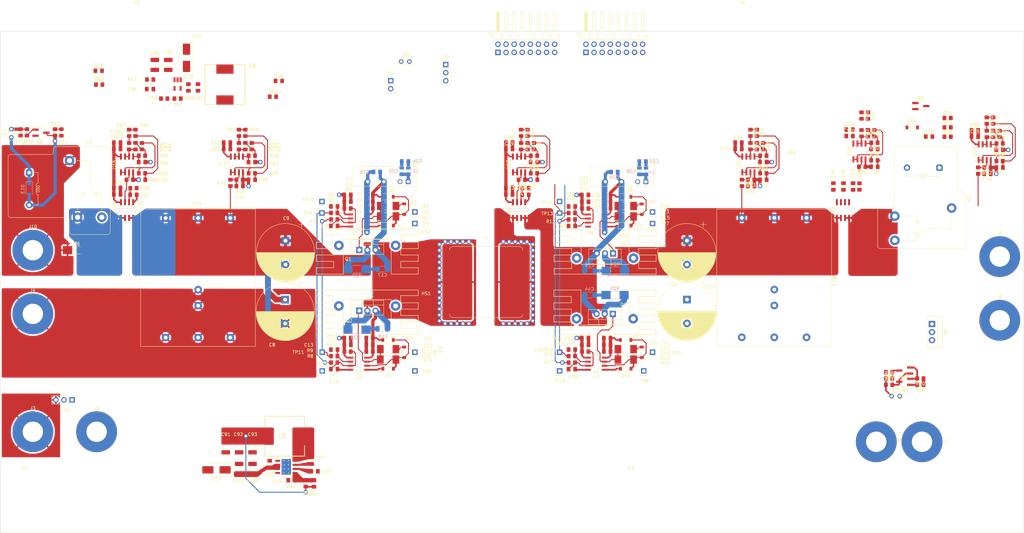
<source format=kicad_pcb>
(kicad_pcb (version 20240108) (generator "pcbnew") (generator_version "8.0")
  (layers (0 "F.Cu" signal) (31 "B.Cu" signal) (34 "B.Paste" user) (35 "F.Paste" user) (36 "B.SilkS" user "B.Silkscreen") (37 "F.SilkS" user "F.Silkscreen") (38 "B.Mask" user) (39 "F.Mask" user) (44 "Edge.Cuts" user))
  (net 0 "")
  (net 1 "VDD")
  (net 2 "GND")
  (net 3 "/Drivers/gd_1ed3125mu12f/_IN+")
  (net 4 "/Drivers/gd_1ed3125mu12f/_IN-")
  (net 5 "/Vs_S1")
  (net 6 "/Drivers/Vcc_S1")
  (net 7 "/I_in_-")
  (net 8 "/I_out_+")
  (net 9 "/Drivers/gd_1ed3125mu12f1/_IN+")
  (net 10 "/Drivers/gd_1ed3125mu12f1/_IN-")
  (net 11 "Net-(C17-Pad1)")
  (net 12 "Net-(C18-Pad1)")
  (net 13 "/IL-")
  (net 14 "Net-(C19-Pad1)")
  (net 15 "VCC")
  (net 16 "Net-(U4-+Vin)")
  (net 17 "Net-(U5-+Vin)")
  (net 18 "/Drivers/Vcc_S3")
  (net 19 "/Drivers/gd_1ed3125mu12f2/_IN+")
  (net 20 "/Drivers/gd_1ed3125mu12f2/_IN-")
  (net 21 "/Drivers/gd_1ed3125mu12f3/_IN+")
  (net 22 "/Drivers/gd_1ed3125mu12f3/_IN-")
  (net 23 "Net-(C44-Pad1)")
  (net 24 "Net-(U3-VZCR)")
  (net 25 "Net-(U8-VZCR)")
  (net 26 "Net-(U9-VZCR)")
  (net 27 "Net-(U10A-+)")
  (net 28 "Net-(U11A-+)")
  (net 29 "Net-(U12A-+)")
  (net 30 "/IL_sens")
  (net 31 "/I_out_sens")
  (net 32 "Net-(C60-Pad1)")
  (net 33 "Net-(U16-VCC)")
  (net 34 "Net-(U16-BOOT)")
  (net 35 "Net-(U16-SW)")
  (net 36 "Net-(U16-FB)")
  (net 37 "/V_dc_in_sens")
  (net 38 "Net-(U10B--)")
  (net 39 "Net-(C69-Pad1)")
  (net 40 "Net-(C71-Pad1)")
  (net 41 "/V_dc_out_sens")
  (net 42 "Net-(U11B--)")
  (net 43 "Net-(C73-Pad1)")
  (net 44 "/V_out_sens")
  (net 45 "Net-(C78-Pad1)")
  (net 46 "Net-(U12B--)")
  (net 47 "Net-(U10B-+)")
  (net 48 "Net-(U11B-+)")
  (net 49 "Net-(U12B-+)")
  (net 50 "/I_in_sens")
  (net 51 "Net-(C87-Pad1)")
  (net 52 "Net-(U18-FB)")
  (net 53 "Net-(D17-K)")
  (net 54 "Net-(D1-A)")
  (net 55 "Net-(D3-A)")
  (net 56 "Net-(D4-A)")
  (net 57 "Net-(D6-A)")
  (net 58 "Net-(D7-A)")
  (net 59 "Net-(D9-A)")
  (net 60 "Net-(D10-A)")
  (net 61 "Net-(D12-A)")
  (net 62 "/K_in_A2")
  (net 63 "Net-(D14-K)")
  (net 64 "Net-(D15-K)")
  (net 65 "/K_out_A2")
  (net 66 "/Vel")
  (net 67 "Net-(D18-K)")
  (net 68 "Net-(D19-K)")
  (net 69 "Net-(D21-A)")
  (net 80 "/S2")
  (net 82 "Net-(J2-Pin_6)")
  (net 83 "/S3")
  (net 84 "/S1")
  (net 85 "/K_out")
  (net 86 "Net-(J2-Pin_11)")
  (net 87 "/S4")
  (net 88 "Net-(J3-Pin_1)")
  (net 89 "/V_out")
  (net 90 "/buck_boost_power_stage/Load-")
  (net 91 "/IN+")
  (net 92 "Net-(JP1-A)")
  (net 93 "/K_in")
  (net 94 "/S_load")
  (net 96 "/I_in_+")
  (net 97 "/I_out_-")
  (net 99 "/IL+")
  (net 100 "/G_S1")
  (net 101 "/G_S2")
  (net 102 "/G_S3")
  (net 103 "/G_S4")
  (net 104 "/G_S_load")
  (net 105 "Net-(Q6-C)")
  (net 106 "Net-(Q6-B)")
  (net 107 "Net-(Q7-C)")
  (net 108 "Net-(Q8-B)")
  (net 109 "Net-(Q9-B)")
  (net 110 "/Measurements/Current measurement/I_L")
  (net 111 "/Measurements/Current measurement/I_out")
  (net 112 "/Measurements/Current measurement/sig_cond_curr_sens3/out_filt")
  (net 113 "/Measurements/Current measurement/sig_cond_curr_sens3/in_filt")
  (net 114 "Net-(U18-{slash}SHDN)")
  (net 115 "/Measurements/Voltage measurement/Sig_cond_volt_sens1/in_filt")
  (net 116 "/Measurements/Voltage measurement/Sig_cond_volt_sens1/out_filt")
  (net 117 "/Measurements/Current measurement/sig_cond_curr_sens2/out_filt")
  (net 118 "/Measurements/Current measurement/sig_cond_curr_sens2/in_filt")
  (net 119 "/Measurements/Voltage measurement/Sig_cond_volt_sens2/out_filt")
  (net 120 "/Measurements/Voltage measurement/Sig_cond_volt_sens2/in_filt")
  (net 121 "/Measurements/Voltage measurement/Sig_cond_volt_sens3/out_filt")
  (net 122 "/Measurements/Voltage measurement/Sig_cond_volt_sens3/in_filt")
  (net 123 "/Measurements/Current measurement/I_in")
  (net 124 "/Measurements/Current measurement/sig_cond_curr_sens1/out_filt")
  (net 125 "/Measurements/Current measurement/sig_cond_curr_sens1/in_filt")
  (net 127 "Net-(U14B-+)")
  (net 128 "Net-(U14B--)")
  (net 129 "Net-(U13B-+)")
  (net 130 "Net-(U13B--)")
  (net 131 "Net-(U15B-+)")
  (net 132 "Net-(U15B--)")
  (net 133 "/Measurements/Current measurement/sig_cond_curr_sens2/out_")
  (net 134 "/Measurements/Current measurement/sig_cond_curr_sens3/out_")
  (net 135 "/Measurements/Current measurement/sig_cond_curr_sens1/out_")
  (net 136 "/Measurements/Voltage measurement/Sig_cond_volt_sens1/out_")
  (net 137 "/Measurements/Voltage measurement/Sig_cond_volt_sens2/out_")
  (net 138 "/Measurements/Voltage measurement/Sig_cond_volt_sens3/out_")
  (footprint "Capacitor_SMD:C_0805_2012Metric_Pad1.18x1.45mm_HandSolder" (layer "F.Cu") (at 247.7882 72.375 180)
    (property "Reference" "C55")
    (property "Value" "tbd")
  )
  (footprint "Capacitor_SMD:C_0805_2012Metric_Pad1.18x1.45mm_HandSolder" (layer "F.Cu") (at 121.21 122.217366)
    (property "Reference" "C20")
    (property "Value" "100nF")
  )
  (footprint "Capacitor_SMD:C_0805_2012Metric_Pad1.18x1.45mm_HandSolder" (layer "F.Cu") (at 89.1446 59.84 -90)
    (property "Reference" "C69")
    (property "Value" "tbd")
  )
  (footprint "Capacitor_SMD:C_0805_2012Metric_Pad1.18x1.45mm_HandSolder" (layer "F.Cu") (at 195.735 77.2933)
    (property "Reference" "C30")
    (property "Value" "1uF")
  )
  (footprint "Capacitor_SMD:C_0805_2012Metric_Pad1.18x1.45mm_HandSolder" (layer "F.Cu") (at 128.1127 77.249432)
    (property "Reference" "C6")
    (property "Value" "10uF")
  )
  (footprint "Diode_SMD:D_SOD-123" (layer "F.Cu") (at 208.4575 84.775)
    (property "Reference" "D7")
    (property "Value" "D_Schottky_Small_Filled")
  )
  (footprint "Connector_PinHeader_2.54mm:PinHeader_1x03_P2.54mm_Vertical" (layer "F.Cu") (at 152 34.225)
    (property "Reference" "JP4")
    (property "Value" "Jumper_3_Bridged12")
  )
  (footprint "Capacitor_SMD:C_0805_2012Metric_Pad1.18x1.45mm_HandSolder" (layer "F.Cu") (at 117.025 78.75 180)
    (property "Reference" "C2")
    (property "Value" "100pF")
  )
  (footprint "Diode_SMD:D_SOD-123" (layer "F.Cu") (at 133.9325 129.699066)
    (property "Reference" "D4")
    (property "Value" "D_Schottky_Small_Filled")
  )
  (footprint "Package_TO_SOT_THT:TO-220-3_Vertical" (layer "F.Cu") (at 124.88 111.5)
    (property "Reference" "Q2")
    (property "Value" "Q_NMOS_GDS")
  )
  (footprint "Resistor_SMD:R_MELF_MMB-0207" (layer "F.Cu") (at 208.4575 78.625)
    (property "Reference" "R16")
    (property "Value" "6R8")
  )
  (footprint "Capacitor_THT:CP_Radial_D18.0mm_P7.50mm" (layer "F.Cu") (at 227.65 107.97778 -90)
    (property "Reference" "C10")
    (property "Value" "TBD")
  )
  (footprint "Resistor_SMD:R_0805_2012Metric_Pad1.20x1.40mm_HandSolder" (layer "F.Cu") (at 191.5522 82.85)
    (property "Reference" "R12")
    (property "Value" "10R")
  )
  (footprint "Capacitor_SMD:C_0805_2012Metric_Pad1.18x1.45mm_HandSolder" (layer "F.Cu") (at 109.95 158.5475 -90)
    (property "Reference" "C64")
    (property "Value" "100nF")
  )
  (footprint "Connector_PinHeader_2.54mm:PinHeader_1x01_P2.54mm_Vertical" (layer "F.Cu") (at 142.325 124.520734)
    (property "Reference" "TP2")
    (property "Value" "TestPoint_Small")
  )
  (footprint "Capacitor_THT:CP_Radial_D18.0mm_P7.50mm" (layer "F.Cu") (at 101.65 108 -90)
    (property "Reference" "C8")
    (property "Value" "TBD")
  )
  (footprint "Resistor_SMD:R_0805_2012Metric_Pad1.20x1.40mm_HandSolder" (layer "F.Cu") (at 52.6996 55.65 -90)
    (property "Reference" "R82")
    (property "Value" "tbd")
  )
  (footprint "Capacitor_SMD:C_0805_2012Metric_Pad1.18x1.45mm_HandSolder" (layer "F.Cu") (at 179.6796 64.825 180)
    (property "Reference" "C70")
    (property "Value" "tbd")
  )
  (footprint "Capacitor_SMD:C_0805_2012Metric_Pad1.18x1.45mm_HandSolder" (layer "F.Cu") (at 195.735 122.217366)
    (property "Reference" "C37")
    (property "Value" "1uF")
  )
  (footprint "Capacitor_SMD:C_0805_2012Metric_Pad1.18x1.45mm_HandSolder" (layer "F.Cu") (at 191.5522 129.825733)
    (property "Reference" "C39")
    (property "Value" "100pF")
  )
  (footprint "Resistor_SMD:R_0805_2012Metric_Pad1.20x1.40mm_HandSolder" (layer "F.Cu") (at 84.47 71.3584 -90)
    (property "Reference" "R40")
    (property "Value" "tbd")
  )
  (footprint "Resistor_SMD:R_0805_2012Metric_Pad1.20x1.40mm_HandSolder" (layer "F.Cu") (at 325.6697 55.9964 -90)
    (property "Reference" "R76")
    (property "Value" "tbd")
  )
  (footprint "Resistor_SMD:R_0805_2012Metric_Pad1.20x1.40mm_HandSolder" (layer "F.Cu") (at 286.43 58.75 180)
    (property "Reference" "R50")
    (property "Value" "tbd")
  )
  (footprint "Capacitor_SMD:C_0805_2012Metric_Pad1.18x1.45mm_HandSolder" (layer "F.Cu") (at 276.75 72.5 90)
    (property "Reference" "C48")
    (property "Value" "100nF")
  )
  (footprint "Resistor_SMD:R_0805_2012Metric_Pad1.20x1.40mm_HandSolder" (layer "F.Cu") (at 52.8996 70.375 180)
    (property "Reference" "R80")
    (property "Value" "tbd")
  )
  (footprint "Resistor_SMD:R_0805_2012Metric_Pad1.20x1.40mm_HandSolder" (layer "F.Cu") (at 87.35 70.375 180)
    (property "Reference" "R55")
    (property "Value" "tbd")
  )
  (footprint "Capacitor_SMD:C_0805_2012Metric_Pad1.18x1.45mm_HandSolder" (layer "F.Cu") (at 117.025 84.874999)
    (property "Reference" "C3")
    (property "Value" "100pF")
  )
  (footprint "Diode_SMD:D_SOD-123" (layer "F.Cu") (at 138.9683 79.598332 90)
    (property "Reference" "D3")
    (property "Value" "D_Schottky_Small_Filled")
  )
  (footprint "Capacitor_SMD:C_0805_2012Metric_Pad1.18x1.45mm_HandSolder" (layer "F.Cu") (at 48.95 60.725)
    (property "Reference" "C106")
    (property "Value" "10nF")
  )
  (footprint "Capacitor_SMD:C_0805_2012Metric_Pad1.18x1.45mm_HandSolder" (layer "F.Cu") (at 251.5928 70.375 180)
    (property "Reference" "C72")
    (property "Value" "dnp")
  )
  (footprint "Resistor_SMD:R_0805_2012Metric_Pad1.20x1.40mm_HandSolder" (layer "F.Cu") (at 108.075 165.6925 -90)
    (property "Reference" "R92")
    (property "Value" "100K")
  )
  (footprint "Package_SO:SOIC-8_3.9x4.9mm_P1.27mm" (layer "F.Cu") (at 52.05 79.9 90)
    (property "Reference" "U3")
    (property "Value" "ACS712ELCTR-20A")
  )
  (footprint "Package_SO:SOIC-8_3.9x4.9mm_P1.27mm" (layer "F.Cu") (at 276.5766 79.894 90)
    (property "Reference" "U9")
    (property "Value" "ACS712ELCTR-20A")
  )
  (footprint "MountingHole:MountingHole_6.4mm_M6_Pad" (layer "F.Cu") (at 22.5 92.5)
    (property "Reference" "J10")
    (property "Value" "Conn_01x01")
  )
  (footprint "Package_SO:Texas_HSOP-8-1EP_3.9x4.9mm_P1.27mm_ThermalVias" (layer "F.Cu") (at 102 160.5075)
    (property "Reference" "U16")
    (property "Value" "LMR33630ADDA")
  )
  (footprint "CL_Capacitor_PTH:C_Rect_L43.0mm_W36.0mm_P37.50_27.50_22.50mm_S20.3_10.2mm_Film" (layer "F.Cu") (at 254.9978 82.353 -90)
    (property "Reference" "C16")
    (property "Value" "TBD")
  )
  (footprint "Diode_SMD:D_SOD-123" (layer "F.Cu") (at 133.895 120.674066 180)
    (property "Reference" "D5")
    (property "Value" "D_Schottky_Small_Filled")
  )
  (footprint "Connector_PinHeader_2.54mm:PinHeader_1x02_P2.54mm_Vertical" (layer "F.Cu") (at 134.75 39.265)
    (property "Reference" "J11")
    (property "Value" "Conn_01x02")
  )
  (footprint "Package_SO:SO-8_3.9x4.9mm_P1.27mm" (layer "F.Cu") (at 124.7062 128.124766)
    (property "Reference" "U2")
    (property "Value" "1ED3125MU12F")
  )
  (footprint "MountingHole:MountingHole_6.4mm_M6_Pad" (layer "F.Cu") (at 42.5 149.494591)
    (property "Reference" "J9")
    (property "Value" "Conn_01x01")
  )
  (footprint "Capacitor_SMD:C_0805_2012Metric_Pad1.18x1.45mm_HandSolder" (layer "F.Cu") (at 171.9 60.725)
    (property "Reference" "C99")
    (property "Value" "10nF")
  )
  (footprint "Resistor_SMD:R_0805_2012Metric_Pad1.20x1.40mm_HandSolder" (layer "F.Cu") (at 319.0001 67.5148 -90)
    (property "Reference" "R42")
    (property "Value" "tbd")
  )
  (footprint "Resistor_SMD:R_0805_2012Metric_Pad1.20x1.40mm_HandSolder" (layer "F.Cu") (at 63.695 44.9)
    (property "Reference" "R54")
    (property "Value" "13.3K")
  )
  (footprint "Resistor_SMD:R_0805_2012Metric_Pad1.20x1.40mm_HandSolder" (layer "F.Cu") (at 56.7296 68.35)
    (property "Reference" "R83")
    (property "Value" "tbd")
  )
  (footprint "Connector_PinHeader_2.54mm:PinHeader_1x01_P2.54mm_Vertical" (layer "F.Cu") (at 187.7 77.199266)
    (property "Reference" "TP14")
    (property "Value" "TestPoint_Small")
  )
  (footprint "Resistor_SMD:R_0805_2012Metric_Pad1.20x1.40mm_HandSolder" (layer "F.Cu") (at 54.6946 55.65 -90)
    (property "Reference" "R81")
    (property "Value" "tbd")
  )
  (footprint "Resistor_SMD:R_0805_2012Metric_Pad1.20x1.40mm_HandSolder" (layer "F.Cu") (at 282.4 55.775 -90)
    (property "Reference" "R51")
    (property "Value" "tbd")
  )
  (footprint "Resistor_SMD:R_0805_2012Metric_Pad1.20x1.40mm_HandSolder" (layer "F.Cu") (at 286.39 55.765 -90)
    (property "Reference" "R49")
    (property "Value" "tbd")
  )
  (footprint "Resistor_SMD:R_0805_2012Metric_Pad1.20x1.40mm_HandSolder" (layer "F.Cu") (at 300.8475 132.7688 180)
    (property "Reference" "R30")
    (property "Value" "100k")
  )
  (footprint "Resistor_SMD:R_MELF_MMB-0207" (layer "F.Cu") (at 133.9325 123.549066)
    (property "Reference" "R11")
    (property "Value" "6R8")
  )
  (footprint "Capacitor_SMD:C_0805_2012Metric_Pad1.18x1.45mm_HandSolder" (layer "F.Cu") (at 278.65 56.65)
    (property "Reference" "C104")
    (property "Value" "10nF")
  )
  (footprint "Capacitor_SMD:C_0805_2012Metric_Pad1.18x1.45mm_HandSolder" (layer "F.Cu") (at 91.1796 70.375 180)
    (property "Reference" "C68")
    (property "Value" "dnp")
  )
  (footprint "Resistor_SMD:R_0805_2012Metric_Pad1.20x1.40mm_HandSolder" (layer "F.Cu") (at 18.65 55.5 -90)
    (property "Reference" "R31")
    (property "Value" "100k")
  )
  (footprint "LED_SMD:LED_0805_2012Metric_Pad1.15x1.40mm_HandSolder" (layer "F.Cu") (at 99.65 39.35)
    (property "Reference" "D19")
    (property "Value" "LED_Small_Filled")
  )
  (footprint "MountingHole:MountingHole_3.2mm_M3" (layer "F.Cu") (at 55 19)
    (property "Reference" "H2")
    (property "Value" "MountingHole")
  )
  (footprint "Resistor_SMD:R_0805_2012Metric_Pad1.20x1.40mm_HandSolder" (layer "F.Cu") (at 179.6396 59.84 -90)
    (property "Reference" "R71")
    (property "Value" "tbd")
  )
  (footprint "Resistor_SMD:R_0805_2012Metric_Pad1.20x1.40mm_HandSolder" (layer "F.Cu") (at 323.6747 51.8064 -90)
    (property "Reference" "R73")
    (property "Value" "tbd")
  )
  (footprint "Capacitor_SMD:C_0805_2012Metric_Pad1.18x1.45mm_HandSolder" (layer "F.Cu") (at 48.95 72.9135)
    (property "Reference" "C45")
    (property "Value" "100nF")
  )
  (footprint "Connector_PinHeader_2.54mm:PinHeader_1x01_P2.54mm_Vertical" (layer "F.Cu") (at 187.7 124.520734)
    (property "Reference" "TP15")
    (property "Value" "TestPoint_Small")
  )
  (footprint "Diode_SMD:D_SOD-123" (layer "F.Cu") (at 298.3 53.95)
    (property "Reference" "D16")
    (property "Value" "D_Small_Filled")
  )
  (footprint "Converter_DCDC:Converter_DCDC_TRACO_TBA1-xxxxE_Single_THT" (layer "F.Cu") (at 214.75 71 -90)
    (property "Reference" "U5")
    (property "Value" "TBA1-1212E")
  )
  (footprint "Package_SO:SOIC-8_3.9x4.9mm_P1.27mm" (layer "F.Cu") (at 321.0297 61.7314 90)
    (property "Reference" "U12")
    (property "Value" "Opamp_Dual")
  )
  (footprint "Capacitor_SMD:C_0805_2012Metric_Pad1.18x1.45mm_HandSolder" (layer "F.Cu") (at 117.0272 123.700734 180)
    (property "Reference" "C13")
    (property "Value" "100pF")
  )
  (footprint "Package_SO:SO-8_3.9x4.9mm_P1.27mm" (layer "F.Cu") (at 199.2312 83.2007)
    (property "Reference" "U6")
    (property "Value" "1ED3125MU12F")
  )
  (footprint "Package_SO:SO-8_3.9x4.9mm_P1.27mm" (layer "F.Cu") (at 124.704 83.174032)
    (property "Reference" "U1")
    (property "Value" "1ED3125MU12F")
  )
  (footprint "Capacitor_SMD:C_0805_2012Metric_Pad1.18x1.45mm_HandSolder" (layer "F.Cu") (at 177 75.1)
    (property "Reference" "C52")
    (property "Value" "tbd")
  )
  (footprint "Package_SO:SOIC-8_3.9x4.9mm_P1.27mm" (layer "F.Cu") (at 174.9996 65.575 90)
    (property "Reference" "U13")
    (property "Value" "Opamp_Dual")
  )
  (footprint "Capacitor_SMD:C_0805_2012Metric_Pad1.18x1.45mm_HandSolder" (layer "F.Cu") (at 202.6399 120.075166)
    (property "Reference" "C41")
    (property "Value" "10uF")
  )
  (footprint "Resistor_SMD:R_0805_2012Metric_Pad1.20x1.40mm_HandSolder" (layer "F.Cu") (at 191.5522 125.7524)
    (property "Reference" "R18")
    (property "Value" "10R")
  )
  (footprint "Capacitor_SMD:C_0805_2012Metric_Pad1.18x1.45mm_HandSolder" (layer "F.Cu") (at 202.6399 122.200166)
    (property "Reference" "C42")
    (property "Value" "10uF")
  )
  (footprint "Capacitor_SMD:C_0805_2012Metric_Pad1.18x1.45mm_HandSolder" (layer "F.Cu") (at 317.9301 54.8614)
    (property "Reference" "C88")
    (property "Value" "1uF")
  )
  (footprint "Resistor_SMD:R_0805_2012Metric_Pad1.20x1.40mm_HandSolder" (layer "F.Cu") (at 20.65 55.5 -90)
    (property "Reference" "R32")
    (property "Value" "1k")
  )
  (footprint "Resistor_SMD:R_0805_2012Metric_Pad1.20x1.40mm_HandSolder" (layer "F.Cu") (at 291.0475 130.795 180)
    (property "Reference" "R29")
    (property "Value" "47R")
  )
  (footprint "Package_TO_SOT_SMD:SOT-23W_Handsoldering" (layer "F.Cu") (at 295.9475 133.7996 180)
    (property "Reference" "Q6")
    (property "Value" "Q_NPN_BEC")
  )
  (footprint "TestPoint:TestPoint_2Pads_Pitch2.54mm_Drill0.8mm" (layer "F.Cu") (at 15.75 57.05 90)
    (property "Reference" "JP2")
    (property "Value" "Jumper_2_Open")
  )
  (footprint "Capacitor_SMD:C_0805_2012Metric_Pad1.18x1.45mm_HandSolder" (layer "F.Cu") (at 286.43 66.3 180)
    (property "Reference" "C58")
    (property "Value" "dnp")
  )
  (footprint "Connector_PinHeader_2.54mm:PinHeader_1x01_P2.54mm_Vertical" (layer "F.Cu") (at 113.25 124.520734)
    (property "Reference" "TP11")
    (property "Value" "TestPoint_Small")
  )
  (footprint "Diode_SMD:D_SOD-123" (layer "F.Cu") (at 213.4955 124.549066 90)
    (property "Reference" "D12")
    (property "Value" "D_Schottky_Small_Filled")
  )
  (footprint "MountingHole:MountingHole_6.4mm_M6_Pad" (layer "F.Cu") (at 22.5 112.5)
    (property "Reference" "J4")
    (property "Value" "Conn_01x01")
  )
  (footprint "LED_SMD:LED_0805_2012Metric_Pad1.15x1.40mm_HandSolder" (layer "F.Cu") (at 303.59 56.835)
    (property "Reference" "D15")
    (property "Value" "LED_Small_Filled")
  )
  (footprint "Capacitor_SMD:C_0805_2012Metric_Pad1.18x1.45mm_HandSolder" (layer "F.Cu") (at 243.8132 60.725)
    (property "Reference" "C76")
    (property "Value" "1uF")
  )
  (footprint "Resistor_SMD:R_0805_2012Metric_Pad1.20x1.40mm_HandSolder" (layer "F.Cu") (at 325.7097 58.9814 180)
    (property "Reference" "R77")
    (property "Value" "tbd")
  )
  (footprint "Resistor_SMD:R_0805_2012Metric_Pad1.20x1.40mm_HandSolder" (layer "F.Cu") (at 43.3124 40.5108)
    (property "Reference" "R88")
    (property "Value" "1K")
  )
  (footprint "Capacitor_SMD:C_1210_3225Metric_Pad1.33x2.70mm_HandSolder" (layer "F.Cu") (at 87.2 161.1475 -90)
    (property "Reference" "C101")
    (property "Value" "4.7uF")
  )
  (footprint "Relay_THT:Relay_SPDT_RAYEX-L90S" (layer "F.Cu") (at 301.75 64.06 -90)
    (property "Reference" "K2")
    (property "Value" "Relay_SPDT")
  )
  (footprint "Resistor_SMD:R_0805_2012Metric_Pad1.20x1.40mm_HandSolder" (layer "F.Cu") (at 191.5522 127.774066)
    (property "Reference" "R17")
    (property "Value" "10R")
  )
  (footprint "Resistor_SMD:R_0805_2012Metric_Pad1.20x1.40mm_HandSolder" (layer "F.Cu") (at 52.6996 59.85 -90)
    (property "Reference" "R86")
    (property "Value" "tbd")
  )
  (footprint "Capacitor_SMD:C_0805_2012Metric_Pad1.18x1.45mm_HandSolder" (layer "F.Cu") (at 128.1127 79.374432)
    (property "Reference" "C5")
    (property "Value" "10uF")
  )
  (footprint "Resistor_SMD:R_0805_2012Metric_Pad1.20x1.40mm_HandSolder" (layer "F.Cu") (at 175.8496 70.375 180)
    (property "Reference" "R43")
    (property "Value" "tbd")
  )
  (footprint "CL_Inductor_SMD:SRR1260-150M" (layer "F.Cu") (at 82.75 40.5 90)
    (property "Reference" "L6")
    (property "Value" "15uH" (hide yes))
  )
  (footprint "Capacitor_SMD:C_0805_2012Metric_Pad1.18x1.45mm_HandSolder" (layer "F.Cu") (at 128.1127 75.124432)
    (property "Reference" "C7")
    (property "Value" "100nF")
  )
  (footprint "Connector_PinHeader_2.54mm:PinHeader_1x01_P2.54mm_Vertical" (layer "F.Cu") (at 214.1 130.4)
    (property "Reference" "TP8")
    (property "Value" "TestPoint_Small")
  )
  (footprint "Resistor_SMD:R_0805_2012Metric_Pad1.20x1.40mm_HandSolder" (layer "F.Cu") (at 117.025 80.801666)
    (property "Reference" "R2")
    (property "Value" "10R")
  )
  (footprint "CL_Inductor_SMD:L_Bourns_SRP2313AA_24x24" (layer "F.Cu") (at 164.65 102.5)
    (property "Reference" "L1")
    (property "Value" "L_Small")
  )
  (footprint "Diode_SMD:D_SOD-123" (layer "F.Cu") (at 208.4575 129.699066)
    (property "Reference" "D10")
    (property "Value" "D_Schottky_Small_Filled")
  )
  (footprint "TestPoint:TestPoint_2Pads_Pitch2.54mm_Drill0.8mm" (layer "F.Cu") (at 138.05 33.28)
    (property "Reference" "JP5")
    (property "Value" "Jumper_2_Open")
  )
  (footprint "Resistor_SMD:R_0805_2012Metric_Pad1.20x1.40mm_HandSolder" (layer "F.Cu") (at 291.0475 132.7688)
    (property "Reference" "R28")
    (property "Value" "1k")
  )
  (footprint "Resistor_SMD:R_0805_2012Metric_Pad1.20x1.40mm_HandSolder" (layer "F.Cu") (at 309.4 50.99)
    (property "Reference" "R34")
    (property "Value" "100k")
  )
  (footprint "Resistor_SMD:R_MELF_MMB-0207" (layer "F.Cu") (at 208.45 126.824066)
    (property "Reference" "R20")
    (property "Value" "6R8")
  )
  (footprint "Resistor_SMD:R_0805_2012Metric_Pad1.20x1.40mm_HandSolder" (layer "F.Cu") (at 244.8832 71.3584 -90)
    (property "Reference" "R41")
    (property "Value" "tbd")
  )
  (footprint "Resistor_SMD:R_0805_2012Metric_Pad1.20x1.40mm_HandSolder" (layer "F.Cu") (at 282.4 50.225 -90)
    (property "Reference" "R46")
    (property "Value" "tbd")
  )
  (footprint "Capacitor_SMD:C_0805_2012Metric_Pad1.18x1.45mm_HandSolder" (layer "F.Cu") (at 278.65 54.63)
    (property "Reference" "C100")
    (property "Value" "1uF")
  )
  (footprint "Capacitor_SMD:C_0805_2012Metric_Pad1.18x1.45mm_HandSolder" (layer "F.Cu") (at 96.8 159.64 -90)
    (property "Reference" "C103")
    (property "Value" "220nF")
  )
  (footprint "Resistor_SMD:R_0805_2012Metric_Pad1.20x1.40mm_HandSolder" (layer "F.Cu") (at 117.025 82.823332)
    (property "Reference" "R1")
    (property "Value" "10R")
  )
  (footprint "Capacitor_SMD:C_0805_2012Metric_Pad1.18x1.45mm_HandSolder" (layer "F.Cu") (at 202.6399 79.4011)
    (property "Reference" "C34")
    (property "Value" "10uF")
  )
  (footprint "Capacitor_SMD:C_0805_2012Metric_Pad1.18x1.45mm_HandSolder" (layer "F.Cu") (at 202.6399 77.2761)
    (property "Reference" "C35")
    (property "Value" "10uF")
  )
  (footprint "Diode_SMD:D_SOD-123" (layer "F.Cu") (at 138.9705 124.549066 90)
    (property "Reference" "D6")
    (property "Value" "D_Schottky_Small_Filled")
  )
  (footprint "MountingHole:MountingHole_3.2mm_M3" (layer "F.Cu") (at 245 19)
    (property "Reference" "H4")
    (property "Value" "MountingHole")
  )
  (footprint "Package_TO_SOT_SMD:SOT-23-5_HandSoldering" (layer "F.Cu") (at 67.9 40.35 -90)
    (property "Reference" "U18")
    (property "Value" "LMR62014XMF_NOPB")
  )
  (footprint "Resistor_SMD:R_0805_2012Metric_Pad1.20x1.40mm_HandSolder" (layer "F.Cu") (at 91.1396 59.84 -90)
    (property "Reference" "R57")
    (property "Value" "tbd")
  )
  (footprint "Capacitor_SMD:C_0805_2012Metric_Pad1.18x1.45mm_HandSolder" (layer "F.Cu") (at 110.65 165.7175 90)
    (property "Reference" "C65")
    (property "Value" "330pF")
  )
  (footprint "Package_SO:SOIC-8_3.9x4.9mm_P1.27mm" (layer "F.Cu") (at 175 79.9 90)
    (property "Reference" "U8")
    (property "Value" "ACS730xLCTR-20AB")
  )
  (footprint "Resistor_SMD:R_0805_2012Metric_Pad1.20x1.40mm_HandSolder" (layer "F.Cu") (at 284.395 50.225 -90)
    (property "Reference" "R47")
    (property "Value" "tbd")
  )
  (footprint "Capacitor_SMD:C_0805_2012Metric_Pad1.18x1.45mm_HandSolder" (layer "F.Cu") (at 83.4 58.705)
    (property "Reference" "C61")
    (property "Value" "1uF")
  )
  (footprint "Resistor_SMD:R_0805_2012Metric_Pad1.20x1.40mm_HandSolder" (layer "F.Cu") (at 325.7097 64.5064)
    (property "Reference" "R75")
    (property "Value" "tbd")
  )
  (footprint "Capacitor_SMD:C_0805_2012Metric_Pad1.18x1.45mm_HandSolder" (layer "F.Cu") (at 48.95 75)
    (property "Reference" "C46")
    (property "Value" "1uF")
  )
  (footprint "MountingHole:MountingHole_6.4mm_M6_Pad" (layer "F.Cu") (at 301.3759 152.6362 -90)
    (property "Reference" "J7")
    (property "Value" "Conn_01x01")
  )
  (footprint "Diode_SMD:D_SMB_Handsoldering" (layer "F.Cu") (at 70.7 32.1 -90)
    (property "Reference" "D21")
    (property "Value" "D_Schottky_Small_Filled")
  )
  (footprint "CL_Resistor_SMD:R_MELF_MMB-0207_HandSoldering" (layer "F.Cu") (at 36.25 92.5)
    (property "Reference" "R6")
    (property "Value" "R_Small")
  )
  (footprint "Resistor_SMD:R_0805_2012Metric_Pad1.20x1.40mm_HandSolder" (layer "F.Cu") (at 91.1796 62.825 180)
    (property "Reference" "R58")
    (property "Value" "tbd")
  )
  (footprint "Package_TO_SOT_SMD:SOT-23W_Handsoldering" (layer "F.Cu") (at 295.9475 130.265 180)
    (property "Reference" "Q7")
    (property "Value" "Q_NPN_BEC")
  )
  (footprint "Capacitor_SMD:C_0805_2012Metric_Pad1.18x1.45mm_HandSolder" (layer "F.Cu") (at 179.6796 70.375 180)
    (property "Reference" "C57")
    (property "Value" "dnp")
  )
  (footprint "Capacitor_SMD:C_0805_2012Metric_Pad1.18x1.45mm_HandSolder" (layer "F.Cu") (at 91.1796 64.825 180)
    (property "Reference" "C81")
    (property "Value" "tbd")
  )
  (footprint "Capacitor_SMD:C_0805_2012Metric_Pad1.18x1.45mm_HandSolder" (layer "F.Cu") (at 54.6946 59.84 -90)
    (property "Reference" "C87")
    (property "Value" "tbd")
  )
  (footprint "Capacitor_SMD:C_0805_2012Metric_Pad1.18x1.45mm_HandSolder" (layer "F.Cu") (at 191.5522 123.700734 180)
    (property "Reference" "C38")
    (property "Value" "100pF")
  )
  (footprint "Resistor_SMD:R_0805_2012Metric_Pad1.20x1.40mm_HandSolder" (layer "F.Cu") (at 87.1496 59.85 -90)
    (property "Reference" "R59")
    (property "Value" "tbd")
  )
  (footprint "Resistor_SMD:R_0805_2012Metric_Pad1.20x1.40mm_HandSolder" (layer "F.Cu") (at 103.6 164.6925)
    (property "Reference" "R93")
    (property "Value" "24.9K")
  )
  (footprint "Capacitor_SMD:C_0805_2012Metric_Pad1.18x1.45mm_HandSolder" (layer "F.Cu") (at 71.29 41.4 -90)
    (property "Reference" "C95")
    (property "Value" "100nF")
  )
  (footprint "Resistor_SMD:R_0805_2012Metric_Pad1.20x1.40mm_HandSolder" (layer "F.Cu") (at 59.3 38.92)
    (property "Reference" "R53")
    (property "Value" "117K")
  )
  (footprint "Resistor_SMD:R_0805_2012Metric_Pad1.20x1.40mm_HandSolder" (layer "F.Cu") (at 195.735 79.4183)
    (property "Reference" "R14")
    (property "Value" "10k")
  )
  (footprint "Connector_PinHeader_2.54mm:PinHeader_1x01_P2.54mm_Vertical" (layer "F.Cu") (at 216.85 80.5)
    (property "Reference" "TP3")
    (property "Value" "TestPoint_Small")
  )
  (footprint "Capacitor_SMD:C_0805_2012Metric_Pad1.18x1.45mm_HandSolder" (layer "F.Cu") (at 87.375 72.375 180)
    (property "Reference" "C54")
    (property "Value" "tbd")
  )
  (footprint "Capacitor_SMD:C_0805_2012Metric_Pad1.18x1.45mm_HandSolder" (layer "F.Cu") (at 56.7296 64.825 180)
    (property "Reference" "C86")
    (property "Value" "tbd")
  )
  (footprint "Capacitor_SMD:C_0805_2012Metric_Pad1.18x1.45mm_HandSolder" (layer "F.Cu") (at 121.1846 120.049766)
    (property "Reference" "C12")
    (property "Value" "1uF")
  )
  (footprint "Resistor_SMD:R_MELF_MMB-0207" (layer "F.Cu") (at 208.45 81.9)
    (property "Reference" "R15")
    (property "Value" "6R8")
  )
  (footprint "CL_Heatsink:Heatsink_Stonecold_HS-132_32x14mm_2xFixation1.5mm_2pins" (layer "F.Cu") (at 127.38 91)
    (property "Reference" "HS2")
    (property "Value" "Q2")
  )
  (footprint "Resistor_SMD:R_0805_2012Metric_Pad1.20x1.40mm_HandSolder" (layer "F.Cu") (at 121.21 124.342366)
    (property "Reference" "R9")
    (property "Value" "10k")
  )
  (footprint "Resistor_SMD:R_0805_2012Metric_Pad1.20x1.40mm_HandSolder" (layer "F.Cu") (at 175.6496 55.65 -90)
    (property "Reference" "R61")
    (property "Value" "tbd")
  )
  (footprint "Connector_PinHeader_2.54mm:PinHeader_1x01_P2.54mm_Vertical" (layer "F.Cu") (at 113.1728 77.199266)
    (property "Reference" "TP10")
    (property "Value" "TestPoint_Small")
  )
  (footprint "Capacitor_SMD:C_0805_2012Metric_Pad1.18x1.45mm_HandSolder" (layer "F.Cu") (at 74.3 41.4 -90)
    (property "Reference" "C94")
    (property "Value" "4.7uF")
  )
  (footprint "CL_Capacitor_PTH:C_Rect_L43.0mm_W36.0mm_P37.50_27.50_22.50mm_S20.3_10.2mm_Film" (layer "F.Cu") (at 74.3 82.4 -90)
    (property "Reference" "C14")
    (property "Value" "TBD")
  )
  (footprint "Resistor_SMD:R_MELF_MMB-0207" (layer "F.Cu") (at 133.9303 78.598332)
    (property "Reference" "R5")
    (property "Value" "6R8")
  )
  (footprint "Resistor_SMD:R_MELF_MMB-0207" (layer "F.Cu") (at 133.9228 81.873332)
    (property "Reference" "R4")
    (property "Value" "6R8")
  )
  (footprint "Capacitor_SMD:C_0805_2012Metric_Pad1.18x1.45mm_HandSolder" (layer "F.Cu") (at 177.6446 59.84 -90)
    (property "Reference" "C71")
    (property "Value" "tbd")
  )
  (footprint "Resistor_SMD:R_0805_2012Metric_Pad1.20x1.40mm_HandSolder" (layer "F.Cu") (at 91.1796 68.35)
    (property "Reference" "R56")
    (property "Value" "tbd")
  )
  (footprint "Resistor_SMD:R_0805_2012Metric_Pad1.20x1.40mm_HandSolder" (layer "F.Cu") (at 121.2078 79.391632)
    (property "Reference" "R3")
    (property "Value" "10k")
  )
  (footprint "Resistor_SMD:R_0805_2012Metric_Pad1.20x1.40mm_HandSolder" (layer "F.Cu") (at 179.6796 68.35)
    (property "Reference" "R62")
    (property "Value" "tbd")
  )
  (footprint "Resistor_SMD:R_0805_2012Metric_Pad1.20x1.40mm_HandSolder" (layer "F.Cu") (at 281.75 72.5 -90)
    (property "Reference" "R39")
    (property "Value" "tbd")
  )
  (footprint "MountingHole:MountingHole_3.2mm_M3" (layer "F.Cu") (at 20 165)
    (property "Reference" "H1")
    (property "Value" "MountingHole")
  )
  (footprint "Capacitor_SMD:C_1210_3225Metric_Pad1.33x2.70mm_HandSolder" (layer "F.Cu") (at 91.4 161.1475 -90)
    (property "Reference" "C102")
    (property "Value" "4.7uF")
  )
  (footprint "Capacitor_SMD:C_0805_2012Metric_Pad1.18x1.45mm_HandSolder" (layer "F.Cu") (at 171.9 58.705)
    (property "Reference" "C98")
    (property "Value" "1uF")
  )
  (footprint "LED_SMD:LED_0805_2012Metric_Pad1.15x1.40mm_HandSolder" (layer "F.Cu") (at 31.45 55.53 -90)
    (property "Reference" "D14")
    (property "Value" "LED_Small_Filled")
  )
  (footprint "Capacitor_SMD:C_1210_3225Metric_Pad1.33x2.70mm_HandSolder" (layer "F.Cu") (at 87.2 154.3875 -90)
    (property "Reference" "C92")
    (property "Value" "22uF")
  )
  (footprint "Resistor_SMD:R_0805_2012Metric_Pad1.20x1.40mm_HandSolder" (layer "F.Cu") (at 286.43 64.275)
    (property "Reference" "R48")
    (property "Value" "tbd")
  )
  (footprint "Resistor_SMD:R_0805_2012Metric_Pad1.20x1.40mm_HandSolder" (layer "F.Cu") (at 195.735 124.342366)
    (property "Reference" "R19")
    (property "Value" "10k")
  )
  (footprint "Resistor_SMD:R_0805_2012Metric_Pad1.20x1.40mm_HandSolder" (layer "F.Cu") (at 89.1446 55.65 -90)
    (property "Reference" "R60")
    (property "Value" "tbd")
  )
  (footprint "MountingHole:MountingHole_6.4mm_M6_Pad" (layer "F.Cu") (at 22.5 149.494591)
    (property "Reference" "J3")
    (property "Value" "Conn_01x01")
  )
  (footprint "Capacitor_SMD:C_0805_2012Metric_Pad1.18x1.45mm_HandSolder" (layer "F.Cu") (at 195.7096 75.1257)
    (property "Reference" "C33")
    (property "Value" "100nF")
  )
  (footprint "Package_TO_SOT_SMD:SOT-23W_Handsoldering" (layer "F.Cu") (at 25.05 55.6)
    (property "Reference" "Q8")
    (property "Value" "Q_NPN_BEC")
  )
  (footprint "Connector_PinHeader_2.54mm:PinHeader_1x01_P2.54mm_Vertical" (layer "F.Cu") (at 113.25 130.4)
    (property "Reference" "TP12")
    (property "Value" "TestPoint_Small")
  )
  (footprint "Connector_PinHeader_2.54mm:PinHeader_1x01_P2.54mm_Vertical" (layer "F.Cu") (at 216.85 124.520734)
    (property "Reference" "TP4")
    (property "Value" "TestPoint_Small")
  )
  (footprint "Resistor_SMD:R_0805_2012Metric_Pad1.20x1.40mm_HandSolder" (layer "F.Cu") (at 67.9 44.9)
    (property "Reference" "R52")
    (property "Value" "47K")
  )
  (footprint "Capacitor_SMD:C_0805_2012Metric_Pad1.18x1.45mm_HandSolder" (layer "F.Cu") (at 323.6747 55.9964 -90)
    (property "Reference" "C78")
    (property "Value" "tbd")
  )
  (footprint "Connector_PinHeader_2.54mm:PinHeader_2x08_P2.54mm_Horizontal" (layer "F.Cu") (at 195.975 30.4 90)
    (property "Reference" "J1")
    (property "Value" "Conn_02x08_Odd_Even")
  )
  (footprint "Resistor_SMD:R_0805_2012Metric_Pad1.20x1.40mm_HandSolder" (layer "F.Cu") (at 321.6797 56.0064 -90)
    (property "Reference" "R78")
    (property "Value" "tbd")
  )
  (footprint "Connector_PinHeader_2.54mm:PinHeader_1x01_P2.54mm_Vertical" (layer "F.Cu") (at 142.325 130.4)
    (property "Reference" "TP6")
    (property "Value" "TestPoint_Small")
  )
  (footprint "Capacitor_SMD:C_0805_2012Metric_Pad1.18x1.45mm_HandSolder" (layer "F.Cu") (at 202.6399 75.1511)
    (property "Reference" "C36")
    (property "Value" "100nF")
  )
  (footprint "Capacitor_SMD:C_0805_2012Metric_Pad1.18x1.45mm_HandSolder" (layer "F.Cu") (at 279.75 72.5 90)
    (property "Reference" "C53")
    (property "Value" "tbd")
  )
  (footprint "Capacitor_SMD:C_0805_2012Metric_Pad1.18x1.45mm_HandSolder" (layer "F.Cu") (at 83.4 60.725)
    (property "Reference" "C62")
    (property "Value" "10nF")
  )
  (footprint "Capacitor_SMD:C_0805_2012Metric_Pad1.18x1.45mm_HandSolder" (layer "F.Cu") (at 284.395 55.765 -90)
    (property "Reference" "C60")
    (property "Value" "tbd")
  )
  (footprint "Resistor_SMD:R_0805_2012Metric_Pad1.20x1.40mm_HandSolder" (layer "F.Cu") (at 321.6797 51.8064 -90)
    (property "Reference" "R74")
    (property "Value" "tbd")
  )
  (footprint "Diode_SMD:D_SOD-123" (layer "F.Cu") (at 208.42 75.75 180)
    (property "Reference" "D8")
    (property "Value" "D_Schottky_Small_Filled")
  )
  (footprint "Package_TO_SOT_THT:TO-220-3_Vertical" (layer "F.Cu") (at 304.5 115.67 -90)
    (property "Reference" "Q5")
    (property "Value" "Q_NMOS_GDS")
  )
  (footprint "Resistor_SMD:R_0805_2012Metric_Pad1.20x1.40mm_HandSolder" (layer "F.Cu") (at 249.5578 55.65 -90)
    (property "Reference" "R65")
    (property "Value" "tbd")
  )
  (footprint "Resistor_SMD:R_0805_2012Metric_Pad1.20x1.40mm_HandSolder" (layer "F.Cu") (at 251.5528 59.84 -90)
    (property "Reference" "R68")
    (property "Value" "tbd")
  )
  (footprint "MountingHole:MountingHole_6.4mm_M6_Pad" (layer "F.Cu") (at 325.75 114.5)
    (property "Reference" "J6")
    (property "Value" "Conn_01x01")
  )
  (footprint "Package_TO_SOT_THT:TO-220-3_Vertical" (layer "F.Cu") (at 204.4 112.5 180)
    (property "Reference" "Q4")
    (property "Value" "Q_NMOS_GDS")
  )
  (footprint "Resistor_SMD:R_0805_2012Metric_Pad1.20x1.40mm_HandSolder" (layer "F.Cu") (at 117.0272 127.774066)
    (property "Reference" "R7")
    (property "Value" "10R")
  )
  (footprint "Capacitor_SMD:C_0805_2012Metric_Pad1.18x1.45mm_HandSolder" (layer "F.Cu") (at 171.9 75)
    (property "Reference" "C47")
    (property "Value" "100nF")
  )
  (footprint "Resistor_SMD:R_0805_2012Metric_Pad1.20x1.40mm_HandSolder" (layer "F.Cu") (at 191.5522 80.828334)
    (property "Reference" "R13")
    (property "Value" "10R")
  )
  (footprint "Package_SO:SOIC-8_3.9x4.9mm_P1.27mm" (layer "F.Cu") (at 52.0496 65.575 90)
    (property "Reference" "U15")
    (property "Value" "Opamp_Dual")
  )
  (footprint "Connector_PinHeader_2.54mm:PinHeader_1x01_P2.54mm_Vertical" (layer "F.Cu") (at 142.3228 80.473332)
    (property "Reference" "TP1")
    (property "Value" "TestPoint_Small")
  )
  (footprint "Capacitor_SMD:C_0805_2012Metric_Pad1.18x1.45mm_HandSolder" (layer "F.Cu") (at 251.5928 64.825 180)
    (property "Reference" "C82")
    (property "Value" "tbd")
  )
  (footprint "Capacitor_SMD:C_0805_2012Metric_Pad1.18x1.45mm_HandSolder" (layer "F.Cu") (at 128.1149 120.075166)
    (property "Reference" "C21")
    (property "Value" "10uF")
  )
  (footprint "Capacitor_THT:CP_Radial_D18.0mm_P7.50mm" (layer "F.Cu") (at 101.75 89.5 -90)
    (property "Reference" "C9")
    (property "Value" "TBD")
  )
  (footprint "Capacitor_SMD:C_0805_2012Metric_Pad1.18x1.45mm_HandSolder" (layer "F.Cu") (at 121.1824 75.099032)
    (property "Reference" "C1")
    (property "Value" "1uF")
  )
  (footprint "Connector_PinHeader_2.54mm:PinHeader_1x01_P2.54mm_Vertical" (layer "F.Cu") (at 187.7 80.828334)
    (property "Reference" "TP13")
    (property "Value" "TestPoint_Small")
  )
  (footprint "Capacitor_SMD:C_0805_2012Metric_Pad1.18x1.45mm_HandSolder" (layer "F.Cu") (at 273.57675 72.5 90)
    (property "Reference" "C49")
    (property "Value" "1uF")
  )
  (footprint "Capacitor_SMD:C_1210_3225Metric_Pad1.33x2.70mm_HandSolder" (layer "F.Cu") (at 91.4 154.3875 -90)
    (property "Reference" "C93")
    (property "Value" "22uF")
  )
  (footprint "Package_SO:SOIC-8_3.9x4.9mm_P1.27mm" (layer "F.Cu") (at 281.75 61.5 90)
    (property "Reference" "U14")
    (property "Value" "Opamp_Dual")
  )
  (footprint "Capacitor_SMD:C_0805_2012Metric_Pad1.18x1.45mm_HandSolder" (layer "F.Cu") (at 191.5522 84.901667 180)
    (property "Reference" "C32")
    (property "Value" "100pF")
  )
  (footprint "Capacitor_SMD:C_0805_2012Metric_Pad1.18x1.45mm_HandSolder" (layer "F.Cu") (at 286.43 60.75 180)
    (property "Reference" "C59")
    (property "Value" "tbd")
  )
  (footprint "Capacitor_SMD:C_0805_2012Metric_Pad1.18x1.45mm_HandSolder" (layer "F.Cu") (at 48.95 58.705)
    (property "Reference" "C105")
    (property "Value" "1uF")
  )
  (footprint "Capacitor_SMD:C_1210_3225Metric_Pad1.33x2.70mm_HandSolder" (layer "F.Cu") (at 83 154.3875 -90)
    (property "Reference" "C91")
    (property "Value" "22uF")
  )
  (footprint "MountingHole:MountingHole_6.4mm_M6_Pad" (layer "F.Cu") (at 325.75 94.5)
    (property "Reference" "J5")
    (property "Value" "Conn_01x01")
  )
  (footprint "Resistor_SMD:R_0805_2012Metric_Pad1.20x1.40mm_HandSolder" (layer "F.Cu") (at 179.6796 62.825 180)
    (property "Reference" "R79")
    (property "Value" "tbd")
  )
  (footprint "Capacitor_SMD:C_0805_2012Metric_Pad1.18x1.45mm_HandSolder" (layer "F.Cu") (at 317.9301 56.8814)
    (property "Reference" "C89")
    (property "Value" "10nF")
  )
  (footprint "Resistor_SMD:R_0805_2012Metric_Pad1.20x1.40mm_HandSolder" (layer "F.Cu") (at 97.8 44.3)
    (property "Reference" "R89")
    (property "Value" "4.7K")
  )
  (footprint "Resistor_SMD:R_0805_2012Metric_Pad1.20x1.40mm_HandSolder" (layer "F.Cu") (at 56.6896 59.84 -90)
    (property "Reference" "R84")
    (property "Value" "tbd")
  )
  (footprint "Connector_PinHeader_2.54mm:PinHeader_1x01_P2.54mm_Vertical" (layer "F.Cu") (at 142.3228 84.095732)
    (property "Reference" "TP5")
    (property "Value" "TestPoint_Small")
  )
  (footprint "Capacitor_SMD:C_0805_2012Metric_Pad1.18x1.45mm_HandSolder" (layer "F.Cu") (at 110.85 161.8925 180)
    (property "Reference" "C63")
    (property "Value" "1uF")
  )
  (footprint "Resistor_SMD:R_0805_2012Metric_Pad1.20x1.40mm_HandSolder" (layer "F.Cu") (at 321.8801 66.5314 180)
    (property "Reference" "R72")
    (property "Value" "tbd")
  )
  (footprint "Capacitor_SMD:C_0805_2012Metric_Pad1.18x1.45mm_HandSolder" (layer "F.Cu") (at 128.1149 124.325166)
    (property "Reference" "C23")
    (property "Value" "100nF")
  )
  (footprint "Resistor_SMD:R_0805_2012Metric_Pad1.20x1.40mm_HandSolder" (layer "F.Cu") (at 177 73.0135)
    (property "Reference" "R37")
    (property "Value" "tbd")
  )
  (footprint "Connector_PinHeader_2.54mm:PinHeader_1x01_P2.54mm_Vertical" (layer "F.Cu") (at 113.1728 80.801666)
    (property "Reference" "TP9")
    (property "Value" "TestPoint_Small")
  )
  (footprint "Connector_PinHeader_2.54mm:PinHeader_1x01_P2.54mm_Vertical" (layer "F.Cu") (at 216.85 84.1224)
    (property "Reference" "TP7")
    (property "Value" "TestPoint_Small")
  )
  (footprint "Resistor_SMD:R_0805_2012Metric_Pad1.20x1.40mm_HandSolder" (layer "F.Cu") (at 300.8475 134.75 180)
    (property "Reference" "R26")
    (property "Value" "100k")
  )
  (footprint "Resistor_SMD:R_0805_2012Metric_Pad1.20x1.40mm_HandSolder" (layer "F.Cu") (at 177.6446 55.65 -90)
    (property "Reference" "R44")
    (property "Value" "tbd")
  )
  (footprint "CL_Inductor_SMD:SRR1260-150M" (layer "F.Cu") (at 101.45 150.9 180)
    (property "Reference" "L3")
    (property "Value" "15uH" (hide yes))
  )
  (footprint "Capacitor_SMD:C_0805_2012Metric_Pad1.18x1.45mm_HandSolder" (layer "F.Cu") (at 243.8132 58.705)
    (property "Reference" "C84")
    (property "Value" "10nF")
  )
  (footprint "Resistor_SMD:R_0805_2012Metric_Pad1.20x1.40mm_HandSolder" (layer "F.Cu") (at 291.0475 134.75)
    (property "Reference" "R27")
    (property "Value" "100k")
  )
  (footprint "Resistor_SMD:R_0805_2012Metric_Pad1.20x1.40mm_HandSolder" (layer "F.Cu") (at 247.7632 70.375 180)
    (property "Reference" "R63")
    (property "Value" "tbd")
  )
  (footprint "LED_SMD:LED_0805_2012Metric_Pad1.15x1.40mm_HandSolder" (layer "F.Cu") (at 43.1644 36.1628)
    (property "Reference" "D18")
    (property "Value" "LED_Small_Filled")
  )
  (footprint "Capacitor_SMD:C_0805_2012Metric_Pad1.18x1.45mm_HandSolder" (layer "F.Cu") (at 249.5578 59.84 -90)
    (property "Reference" "C73")
    (property "Value" "tbd")
  )
  (footprint "Connector_PinHeader_2.54mm:PinHeader_1x01_P2.54mm_Vertical" (layer "F.Cu") (at 187.7 130.4)
    (property "Reference" "TP16")
    (property "Value" "TestPoint_Small")
  )
  (footprint "TestPoint:TestPoint_2Pads_Pitch2.54mm_Drill0.8mm" (layer "F.Cu") (at 291.8475 138.325)
    (property "Reference" "JP1")
    (property "Value" "Jumper_2_Bridged")
  )
  (footprint "Capacitor_SMD:C_0805_2012Metric_Pad1.18x1.45mm_HandSolder" (layer "F.Cu") (at 325.7097 60.9814 180)
    (property "Reference" "C83")
    (property "Value" "tbd")
  )
  (footprint "Capacitor_SMD:C_1210_3225Metric_Pad1.33x2.70mm_HandSolder" (layer "F.Cu") (at 60.75 34.32 -90)
    (property "Reference" "C90")
    (property "Value" "22uF")
  )
  (footprint "Resistor_SMD:R_0805_2012Metric_Pad1.20x1.40mm_HandSolder" (layer "F.Cu") (at 54.05 73.0135)
    (property "Reference" "R38")
    (property "Value" "tbd")
  )
  (footprint "CL_Heatsink:Heatsink_Stonecold_HS-132_32x14mm_2xFixation1.5mm_2pins" (layer "F.Cu") (at 127.38 110)
    (property "Reference" "HS1")
    (property "Value" "Q1")
  )
  (footprint "Capacitor_SMD:C_1210_3225Metric_Pad1.33x2.70mm_HandSolder" (layer "F.Cu") (at 64.975 34.32 90)
    (property "Reference" "C97")
    (property "Value" "10uF")
  )
  (footprint "Capacitor_SMD:C_0805_2012Metric_Pad1.18x1.45mm_HandSolder" (layer "F.Cu") (at 202.6399 124.325166)
    (property "Reference" "C43")
    (property "Value" "100nF")
  )
  (footprint "Resistor_SMD:R_MELF_MMB-0207" (layer "F.Cu") (at 133.925 126.824066)
    (property "Reference" "R10")
    (property "Value" "6R8")
  )
  (footprint "Package_SO:SOIC-8_3.9x4.9mm_P1.27mm" (layer "F.Cu") (at 246.9128 65.575 90)
    (property "Reference" "U11")
    (property "Value" "Opamp_Dual")
  )
  (footprint "Capacitor_SMD:C_0805_2012Metric_Pad1.18x1.45mm_HandSolder" (layer "F.Cu") (at 121.2078 77.266632)
    (property "Reference" "C4")
    (property "Value" "100nF")
  )
  (footprint "Package_TO_SOT_THT:TO-220-3_Vertical" (layer "F.Cu") (at 204.48 93.5 180)
    (property "Reference" "Q3")
    (property "Value" "Q_NMOS_GDS")
  )
  (footprint "Relay_THT:Relay_SPDT_RAYEX-L90S" (layer "F.Cu") (at 18.81 73.25)
    (property "Reference" "K1")
    (property "Value" "Relay_SPDT")
  )
  (footprint "Converter_DCDC:Converter_DCDC_TRACO_TBA1-xxxxE_Single_THT" (layer "F.Cu") (at 140.2228 70.973332 -90)
    (property "Reference" "U4")
    (property "Value" "TBA1-1212E")
  )
  (footprint "Package_TO_SOT_THT:TO-220-3_Vertical" (layer "F.Cu") (at 124.88 92.445)
    (property "Reference" "Q1")
    (property "Value" "Q_NMOS_GDS")
  )
  (footprint "Diode_SMD:D_SOD-123" (layer "F.Cu") (at 208.42 120.674066 180)
    (property "Reference" "D11")
    (property "Value" "D_Schottky_Small_Filled")
  )
  (footprint "Resistor_SMD:R_0805_2012Metric_Pad1.20x1.40mm_HandSolder" (layer "F.Cu") (at 117.0272 125.7524)
    (property "Reference" "R8")
    (property "Value" "10R")
  )
  (footprint "Capacitor_SMD:C_0805_2012Metric_Pad1.18x1.45mm_HandSolder" (layer "F.Cu") (at 325.7097 66.5314 180)
    (property "Reference" "C77")
    (property "Value" "dnp")
  )
  (footprint "Resistor_SMD:R_MELF_MMB-0207" (layer "F.Cu") (at 208.4575 123.549066)
    (property "Reference" "R21")
    (property "Value" "6R8")
  )
  (footprint "Capacitor_SMD:C_0805_2012Metric_Pad1.18x1.45mm_HandSolder" (layer "F.Cu") (at 117.0272 129.825733)
    (property "Reference" "C15")
    (property "Value" "100pF")
  )
  (footprint "Capacitor_SMD:C_0805_2012Metric_Pad1.18x1.45mm_HandSolder" (layer "F.Cu") (at 59.27 41.925 180)
    (property "Reference" "C96")
    (property "Value" "330pF")
  )
  (footprint "Capacitor_SMD:C_0805_2012Metric_Pad1.18x1.45mm_HandSolder" (layer "F.Cu") (at 171.9 72.9135)
    (property "Reference" "C50")
    (property "Value" "1uF")
  )
  (footprint "Resistor_SMD:R_0805_2012Metric_Pad1.20x1.40mm_HandSolder" (layer "F.Cu") (at 175.6496 59.85 -90)
    (property "Reference" "R87")
    (property "Value" "tbd")
  )
  (footprint "Package_SO:SOIC-8_3.9x4.9mm_P1.27mm" (layer "F.Cu") (at 86.4996 65.575 90)
    (property "Reference" "U10")
    (property "Value" "Opamp_Dual")
  )
  (footprint "MountingHole:MountingHole_6.4mm_M6_Pad" (layer "F.Cu") (at 287.0259 152.6362 -90)
    (property "Reference" "J8")
    (property "Value" "Conn_01x01")
  )
  (footprint "Package_TO_SOT_SMD:SOT-23W_Handsoldering" (layer "F.Cu") (at 301 47.25)
    (property "Reference" "Q9")
    (property "Value" "Q_NPN_BEC")
  )
  (footprint "Diode_SMD:D_SOD-123" (layer "F.Cu") (at 133.8928 75.723332 180)
    (property "Reference" "D2")
    (property "Value" "D_Schottky_Small_Filled")
  )
  (footprint "Resistor_SMD:R_0805_2012Metric_Pad1.20x1.40mm_HandSolder" (layer "F.Cu") (at 87.1496 55.65 -90)
    (property "Reference" "R64")
    (property "Value" "tbd")
  )
  (footprint "MountingHole:MountingHole_3.2mm_M3" (layer "F.Cu") (at 210 165)
    (property "Reference" "H3")
    (property "Value" "MountingHole")
  )
  (footprint "Diode_SMD:D_SOD-123" (layer "F.Cu") (at 213.4955 79.625 90)
    (property "Reference" "D9")
    (property "Value" "D_Schottky_Small_Filled")
  )
  (footprint "Resistor_SMD:R_0805_2012Metric_Pad1.20x1.40mm_HandSolder" (layer "F.Cu") (at 251.5928 68.35)
    (property "Reference" "R67")
    (property "Value" "tbd")
  )
  (footprint "Resistor_SMD:R_0805_2012Metric_Pad1.20x1.40mm_HandSolder" (layer "F.Cu") (at 247.5628 59.85 -90)
    (property "Reference" "R70")
    (property "Value" "tbd")
  )
  (footprint "Resistor_SMD:R_0805_2012Metric_Pad1.20x1.40mm_HandSolder" (layer "F.Cu") (at 309.4 56.89)
    (property "Reference" "R36")
    (property "Value" "1k")
  )
  (footprint "Capacitor_SMD:C_0805_2012Metric_Pad1.18x1.45mm_HandSolder" (layer "F.Cu") (at 56.7296 70.375 180)
    (property "Reference" "C85")
    (property "Value" "dnp")
  )
  (footprint "Capacitor_SMD:C_0805_2012Metric_Pad1.18x1.45mm_HandSolder" (layer "F.Cu") (at 191.5522 78.776668 180)
    (property "Reference" "C31")
    (property "Value" "100pF")
  )
  (footprint "CL_Heatsink:Heatsink_Stonecold_HS-132_32x14mm_2xFixation1.5mm_2pins" (layer "F.Cu") (at 201.9 114 180)
    (property "Reference" "HS4")
    (property "Value" "Q4")
  )
  (footprint "Diode_SMD:D_SOD-123" (layer "F.Cu") (at 133.9303 84.748332)
    (property "Reference" "D1")
    (property "Value" "D_Schottky_Small_Filled")
  )
  (footprint "CL_Heatsink:Heatsink_Stonecold_HS-132_32x14mm_2xFixation1.5mm_2pins" (layer "F.Cu") (at 201.98 95 180)
    (property "Reference" "HS3")
    (property "Value" "Q3")
  )
  (footprint "Capacitor_SMD:C_0805_2012Metric_Pad1.18x1.45mm_HandSolder" (layer "F.Cu") (at 195.7096 120.049766)
    (property "Reference" "C40")
    (property "Value" "100nF")
  )
  (footprint "Resistor_SMD:R_0805_2012Metric_Pad1.20x1.40mm_HandSolder" (layer "F.Cu") (at 251.5928 62.825 180)
    (property "Reference" "R69")
    (property "Value" "tbd")
  )
  (footprint "Diode_SMD:D_SMB_Handsoldering" (layer "F.Cu") (at 80.1 161.4375 180)
    (property "Reference" "D17")
    (property "Value" "D_Schottky_Small_Filled")
  )
  (footprint "Resistor_SMD:R_0805_2012Metric_Pad1.20x1.40mm_HandSolder" (layer "F.Cu") (at 29.45 55.5075 -90)
    (property "Reference" "R33")
    (property "Value" "1k")
  )
  (footprint "Connector_PinHeader_2.54mm:PinHeader_1x03_P2.54mm_Vertical" (layer "F.Cu") (at 34.8052 139.492191 -90)
    (property "Reference" "JP3")
    (property "Value" "Jumper_3_Bridged12")
  )
  (footprint "Capacitor_SMD:C_0805_2012Metric_Pad1.18x1.45mm_HandSolder" (layer "F.Cu") (at 54.05 75.1)
    (property "Reference" "C51")
    (property "Value" "tbd")
  )
  (footprint "Resistor_SMD:R_0805_2012Metric_Pad1.20x1.40mm_HandSolder" (layer "F.Cu") (at 56.7296 62.825 180)
    (property "Reference" "R85")
    (property "Value" "tbd")
  )
  (footprint "Resistor_SMD:R_0805_2012Metric_Pad1.20x1.40mm_HandSolder" (layer "F.Cu") (at 282.6 66.3 180)
    (property "Reference" "R45")
    (property "Value" "tbd")
  )
  (footprint "Capacitor_THT:CP_Radial_D18.0mm_P7.50mm" (layer "F.Cu") (at 227.65 89.5 -90)
    (property "Reference" "C11")
    (property "Value" "TBD")
  )
  (footprint "Resistor_SMD:R_0805_2012Metric_Pad1.20x1.40mm_HandSolder" (layer "F.Cu") (at 247.5628 55.65 -90)
    (property "Reference" "R66")
    (property "Value" "tbd")
  )
  (footprint "Package_SO:SO-8_3.9x4.9mm_P1.27mm" (layer "F.Cu") (at 199.2312 128.124766)
    (property "Reference" "U7")
    (property "Value" "1ED3125MU12F")
  )
  (footprint "Capacitor_SMD:C_0805_2012Metric_Pad1.18x1.45mm_HandSolder" (layer "F.Cu") (at 128.1149 122.200166)
    (property "Reference" "C22")
    (property "Value" "10uF")
  )
  (footprint "Capacitor_SMD:C_0805_2012Metric_Pad1.18x1.45mm_HandSolder" (layer "F.Cu") (at 321.9051 68.5314 180)
    (property "Reference" "C56")
    (property "Value" "tbd")
  )
  (footprint "Resistor_SMD:R_0805_2012Metric_Pad1.20x1.40mm_HandSolder" (layer "F.Cu") (at 309.4 53.94)
    (property "Reference" "R35")
    (property "Value" "1k")
  )
  (footprint "Connector_PinHeader_2.54mm:PinHeader_2x08_P2.54mm_Horizontal" (layer "F.Cu") (at 168.375 30.4 90)
    (property "Reference" "J2")
    (property "Value" "Conn_02x08_Odd_Even")
  )
  (footprint "Capacitor_SMD:C_1206_3216Metric_Pad1.33x1.80mm_HandSolder" (layer "B.Cu") (at 197.171 99 180)
    (property "Reference" "C19")
    (property "Value" "TBD")
  )
  (footprint "CL_Resistor_SMD:R_MELF_MMB-0207_HandSoldering" (layer "B.Cu") (at 124.15 98.45)
    (property "Reference" "R22")
    (property "Value" "TBD")
  )
  (footprint "Inductor_SMD:L_0805_2012Metric_Pad1.15x1.40mm_HandSolder" (layer "B.Cu") (at 214.8 67.65 -90)
    (property "Reference" "L4")
    (property "Value" "10uH")
  )
  (footprint "Inductor_SMD:L_0805_2012Metric_Pad1.15x1.40mm_HandSolder" (layer "B.Cu") (at 140.2728 67.623332 -90)
    (property "Reference" "L2")
    (property "Value" "10uH")
  )
  (footprint "CL_Resistor_SMD:R_MELF_MMB-0207_HandSoldering" (layer "B.Cu") (at 124.15 117.43)
    (property "Reference" "R23")
    (property "Value" "TBD")
  )
  (footprint "Capacitor_SMD:C_0805_2012Metric_Pad1.18x1.45mm_HandSolder" (layer "B.Cu") (at 204.9 67.95)
    (property "Reference" "C29")
    (property "Value" "100nF")
  )
  (footprint "Capacitor_SMD:C_1206_3216Metric_Pad1.33x1.80mm_HandSolder" (layer "B.Cu") (at 197.091 106.57 180)
    (property "Reference" "C44")
    (property "Value" "TBD")
  )
  (footprint "Capacitor_SMD:C_0805_2012Metric_Pad1.18x1.45mm_HandSolder" (layer "B.Cu") (at 213.75 64.65 180)
    (property "Reference" "C27")
    (property "Value" "4.7uF")
  )
  (footprint "CL_Resistor_SMD:R_MELF_MMB-0207_HandSoldering" (layer "B.Cu") (at 205.116 106.57 180)
    (property "Reference" "R25")
    (property "Value" "TBD")
  )
  (footprint "Diode_SMD:D_SOD-123" (layer "B.Cu") (at 21.35 73.33 -90)
    (property "Reference" "D13")
    (property "Value" "D_Small_Filled")
  )
  (footprint "Capacitor_SMD:C_0805_2012Metric_Pad1.18x1.45mm_HandSolder" (layer "B.Cu") (at 139.2228 64.623332 180)
    (property "Reference" "C24")
    (property "Value" "4.7uF")
  )
  (footprint "Capacitor_SMD:C_0805_2012Metric_Pad1.18x1.45mm_HandSolder" (layer "B.Cu") (at 130.3728 67.923332)
    (property "Reference" "C26")
    (property "Value" "100nF")
  )
  (footprint "Capacitor_SMD:C_0805_2012Metric_Pad1.18x1.45mm_HandSolder" (layer "B.Cu") (at 212.72 67.65 90)
    (property "Reference" "C28")
    (property "Value" "4.7uF")
  )
  (footprint "Capacitor_SMD:C_1206_3216Metric_Pad1.33x1.80mm_HandSolder" (layer "B.Cu") (at 132.15 98.45)
    (property "Reference" "C17")
    (property "Value" "TBD")
  )
  (footprint "Capacitor_SMD:C_1206_3216Metric_Pad1.33x1.80mm_HandSolder" (layer "B.Cu") (at 132.15 117.18)
    (property "Reference" "C18")
    (property "Value" "TBD")
  )
  (footprint "CL_Resistor_SMD:R_MELF_MMB-0207_HandSoldering" (layer "B.Cu") (at 205.196 99 180)
    (property "Reference" "R24")
    (property "Value" "TBD")
  )
  (footprint "Capacitor_SMD:C_0805_2012Metric_Pad1.18x1.45mm_HandSolder" (layer "B.Cu") (at 138.1928 67.623332 90)
    (property "Reference" "C25")
    (property "Value" "4.7uF")
  )
  (gr_arc (start 124.2228 80.323332) (mid 124.7228 79.823332) (end 125.2228 80.323332) (stroke (width 0.1)) (layer "Edge.Cuts"))
  (gr_arc (start 198.75 125.274066) (mid 199.25 124.774066) (end 199.75 125.274066) (stroke (width 0.1)) (layer "Edge.Cuts"))
  (gr_line (start 49.15 80.4) (end 54.65 80.4) (stroke (width 0.1)) (layer "Edge.Cuts"))
  (gr_arc (start 125.225 130.774066) (mid 124.725 131.274066) (end 124.225 130.774066) (stroke (width 0.1)) (layer "Edge.Cuts"))
  (gr_line (start 199.75 130.774066) (end 199.75 125.274066) (stroke (width 0.1)) (layer "Edge.Cuts"))
  (gr_arc (start 177.6 79.4) (mid 178.1 79.9) (end 177.6 80.4) (stroke (width 0.1)) (layer "Edge.Cuts"))
  (gr_arc (start 198.75 80.35) (mid 199.25 79.85) (end 199.75 80.35) (stroke (width 0.1)) (layer "Edge.Cuts"))
  (gr_line (start 198.75 125.274066) (end 198.75 130.774066) (stroke (width 0.1)) (layer "Edge.Cuts"))
  (gr_arc (start 199.75 130.774066) (mid 199.25 131.274066) (end 198.75 130.774066) (stroke (width 0.1)) (layer "Edge.Cuts"))
  (gr_arc (start 199.75 85.85) (mid 199.25 86.35) (end 198.75 85.85) (stroke (width 0.1)) (layer "Edge.Cuts"))
  (gr_line (start 177.6 79.4) (end 172.1 79.4) (stroke (width 0.1)) (layer "Edge.Cuts"))
  (gr_arc (start 49.15 80.4) (mid 48.65 79.9) (end 49.15 79.4) (stroke (width 0.1)) (layer "Edge.Cuts"))
  (gr_line (start 198.75 80.35) (end 198.75 85.85) (stroke (width 0.1)) (layer "Edge.Cuts"))
  (gr_line (start 125.2228 85.823332) (end 125.2228 80.323332) (stroke (width 0.1)) (layer "Edge.Cuts"))
  (gr_rect (start 12.25 23.75) (end 333.3312 181.25) (stroke (width 0.1)) (fill none) (layer "Edge.Cuts"))
  (gr_arc (start 172.1 80.4) (mid 171.6 79.9) (end 172.1 79.4) (stroke (width 0.1)) (layer "Edge.Cuts"))
  (gr_line (start 124.2228 80.323332) (end 124.2228 85.823332) (stroke (width 0.1)) (layer "Edge.Cuts"))
  (gr_arc (start 54.65 79.4) (mid 55.15 79.9) (end 54.65 80.4) (stroke (width 0.1)) (layer "Edge.Cuts"))
  (gr_line (start 125.225 130.774066) (end 125.225 125.274066) (stroke (width 0.1)) (layer "Edge.Cuts"))
  (gr_arc (start 124.225 125.274066) (mid 124.725 124.774066) (end 125.225 125.274066) (stroke (width 0.1)) (layer "Edge.Cuts"))
  (gr_line (start 54.65 79.4) (end 49.15 79.4) (stroke (width 0.1)) (layer "Edge.Cuts"))
  (gr_line (start 172.1 80.4) (end 177.6 80.4) (stroke (width 0.1)) (layer "Edge.Cuts"))
  (gr_line (start 199.75 85.85) (end 199.75 80.35) (stroke (width 0.1)) (layer "Edge.Cuts"))
  (gr_line (start 124.225 125.274066) (end 124.225 130.774066) (stroke (width 0.1)) (layer "Edge.Cuts"))
  (gr_arc (start 125.2228 85.823332) (mid 124.7228 86.323332) (end 124.2228 85.823332) (stroke (width 0.1)) (layer "Edge.Cuts"))
  (segment (start 118.600234 120.049766) (end 118.55 120.1) (width 1) (layer "F.Cu") (net 1))
  (segment (start 195.369766 126.219766) (end 194.735 125.585) (width 0.5) (layer "F.Cu") (net 1))
  (segment (start 196.6562 81.2957) (end 195.2457 81.2957) (width 0.5) (layer "F.Cu") (net 1))
  (segment (start 318.1301 59.2564) (end 316.8926 58.0189) (width 0.5) (layer "F.Cu") (net 1))
  (segment (start 120.519032 81.269032) (end 120.2078 80.9578) (width 0.5) (layer "F.Cu") (net 1))
  (segment (start 50.145 77.425) (end 48.775 77.425) (width 0.5) (layer "F.Cu") (net 1))
  (segment (start 120.143932 75.1) (end 120.1449 75.099032) (width 1) (layer "F.Cu") (net 1))
  (segment (start 319.1247 59.2564) (end 318.1301 59.2564) (width 0.5) (layer "F.Cu") (net 1))
  (segment (start 120.2078 80.9578) (end 120.2078 79.391632) (width 0.5) (layer "F.Cu") (net 1))
  (segment (start 118.55 75.1) (end 120.143932 75.1) (width 1) (layer "F.Cu") (net 1))
  (segment (start 47.9125 61.8625) (end 47.9125 60.725) (width 0.5) (layer "F.Cu") (net 1))
  (segment (start 242.7757 61.8625) (end 242.7757 60.725) (width 0.5) (layer "F.Cu") (net 1))
  (segment (start 83.6 63.1) (end 82.3625 61.8625) (width 0.5) (layer "F.Cu") (net 1))
  (segment (start 170.8625 75) (end 170.8625 58.705) (width 1) (layer "F.Cu") (net 1))
  (segment (start 110.65 166.755) (end 108.1375 166.755) (width 0.5) (layer "F.Cu") (net 1))
  (segment (start 120.21 124.342366) (end 120.21 120.112666) (width 1) (layer "F.Cu") (net 1))
  (segment (start 120.2078 79.391632) (end 120.2078 75.161932) (width 1) (layer "F.Cu") (net 1))
  (segment (start 122.129 81.269032) (end 120.519032 81.269032) (width 0.5) (layer "F.Cu") (net 1))
  (segment (start 194.735 75.1886) (end 194.6721 75.1257) (width 1) (layer "F.Cu") (net 1))
  (segment (start 120.2078 77.304132) (end 120.1703 77.266632) (width 0.5) (layer "F.Cu") (net 1))
  (segment (start 194.75 124.357366) (end 194.735 124.342366) (width 0.5) (layer "F.Cu") (net 1))
  (segment (start 242.7757 60.725) (end 242.7757 58.705) (width 1) (layer "F.Cu") (net 1))
  (segment (start 120.2078 75.161932) (end 120.1449 75.099032) (width 1) (layer "F.Cu") (net 1))
  (segment (start 47.9125 75) (end 47.9125 58.705) (width 1) (layer "F.Cu") (net 1))
  (segment (start 170.8625 76.5625) (end 170.8625 75) (width 0.5) (layer "F.Cu") (net 1))
  (segment (start 82.3625 60.725) (end 82.3625 58.705) (width 1) (layer "F.Cu") (net 1))
  (segment (start 47.9125 76.5625) (end 47.9125 75) (width 0.5) (layer "F.Cu") (net 1))
  (segment (start 108.1375 166.755) (end 108.075 166.6925) (width 0.5) (layer "F.Cu") (net 1))
  (segment (start 84.5946 63.1) (end 83.6 63.1) (width 0.5) (layer "F.Cu") (net 1))
  (segment (start 245.0078 63.1) (end 244.0132 63.1) (width 0.5) (layer "F.Cu") (net 1))
  (segment (start 171.725 77.425) (end 170.8625 76.5625) (width 0.5) (layer "F.Cu") (net 1))
  (segment (start 194.735 120.112666) (end 194.6721 120.049766) (width 1) (layer "F.Cu") (net 1))
  (segment (start 48.775 77.425) (end 47.9125 76.5625) (width 0.5) (layer "F.Cu") (net 1))
  (segment (start 316.8926 58.0189) (end 316.8926 56.8814) (width 0.5) (layer "F.Cu") (net 1))
  (segment (start 50.1446 63.1) (end 49.15 63.1) (width 0.5) (layer "F.Cu") (net 1))
  (segment (start 120.21 120.112666) (end 120.1471 120.049766) (width 1) (layer "F.Cu") (net 1))
  (segment (start 120.21 125.46) (end 120.21 124.342366) (width 0.5) (layer "F.Cu") (net 1))
  (segment (start 82.3625 61.8625) (end 82.3625 60.725) (width 0.5) (layer "F.Cu") (net 1))
  (segment (start 122.1312 126.219766) (end 120.969766 126.219766) (width 0.5) (layer "F.Cu") (net 1))
  (segment (start 173.095 77.425) (end 171.725 77.425) (width 0.5) (layer "F.Cu") (net 1))
  (segment (start 170.8625 61.8625) (end 170.8625 60.725) (width 0.5) (layer "F.Cu") (net 1))
  (segment (start 244.0132 63.1) (end 242.7757 61.8625) (width 0.5) (layer "F.Cu") (net 1))
  (segment (start 194.735 80.785) (end 194.735 79.4183) (width 0.5) (layer "F.Cu") (net 1))
  (segment (start 120.969766 126.219766) (end 120.21 125.46) (width 0.5) (layer "F.Cu") (net 1))
  (segment (start 194.6721 120.049766) (end 193.05 120.049766) (width 1) (layer "F.Cu") (net 1))
  (segment (start 173.0946 63.1) (end 172.1 63.1) (width 0.5) (layer "F.Cu") (net 1))
  (segment (start 49.15 63.1) (end 47.9125 61.8625) (width 0.5) (layer "F.Cu") (net 1))
  (segment (start 196.6562 126.219766) (end 195.369766 126.219766) (width 0.5) (layer "F.Cu") (net 1))
  (segment (start 316.8926 56.8814) (end 316.8926 54.8614) (width 1) (layer "F.Cu") (net 1))
  (segment (start 172.1 63.1) (end 170.8625 61.8625) (width 0.5) (layer "F.Cu") (net 1))
  (segment (start 195.2457 81.2957) (end 194.735 80.785) (width 0.5) (layer "F.Cu") (net 1))
  (segment (start 194.6721 75.1257) (end 193.05 75.1257) (width 1) (layer "F.Cu") (net 1))
  (segment (start 108.075 166.6925) (end 108.075 168.48) (width 0.3) (layer "F.Cu") (net 1))
  (segment (start 194.735 79.4183) (end 194.735 75.1886) (width 1) (layer "F.Cu") (net 1))
  (segment (start 194.735 125.585) (end 194.735 124.342366) (width 0.5) (layer "F.Cu") (net 1))
  (segment (start 194.735 124.342366) (end 194.735 120.112666) (width 1) (layer "F.Cu") (net 1))
  (segment (start 120.1471 120.049766) (end 118.600234 120.049766) (width 1) (layer "F.Cu") (net 1))
  (via (at 118.55 120.1) (size 1.4) (drill 0.8) (layers "F.Cu" "B.Cu") (net 1))
  (via (at 193.05 75.1257) (size 1.4) (drill 0.8) (layers "F.Cu" "B.Cu") (net 1))
  (via (at 89.3 150.8375) (size 1.4) (drill 0.8) (layers "F.Cu" "B.Cu") (net 1))
  (via (at 118.55 75.1) (size 1.4) (drill 0.8) (layers "F.Cu" "B.Cu") (net 1))
  (via (at 108.075 168.48) (size 1.4) (drill 0.8) (layers "F.Cu" "B.Cu") (net 1))
  (via (at 193.05 120.049766) (size 1.4) (drill 0.8) (layers "F.Cu" "B.Cu") (net 1))
  (segment (start 93.6425 168.48) (end 89.3 164.1375) (width 0.3) (layer "B.Cu") (net 1))
  (segment (start 21.35 66.1) (end 15.75 60.5) (width 1) (layer "B.Cu") (net 1))
  (segment (start 89.3 164.1375) (end 89.3 150.8375) (width 0.3) (layer "B.Cu") (net 1))
  (segment (start 21.35 68.15) (end 21.35 66.1) (width 1) (layer "B.Cu") (net 1))
  (segment (start 15.75 60.5) (end 15.75 57.05) (width 1) (layer "B.Cu") (net 1))
  (segment (start 21.35 71.68) (end 21.35 68.15) (width 1) (layer "B.Cu") (net 1))
  (segment (start 108.075 168.48) (end 93.6425 168.48) (width 0.3) (layer "B.Cu") (net 1))
  (segment (start 203.0043 126.219766) (end 203.6774 125.546666) (width 0.5) (layer "F.Cu") (net 2))
  (segment (start 299.7667 132.8496) (end 299.8475 132.7688) (width 1) (layer "F.Cu") (net 2))
  (segment (start 57.7671 64.825) (end 59.4 64.825) (width 1) (layer "F.Cu") (net 2))
  (segment (start 176.9046 70.32) (end 176.8496 70.375) (width 0.5) (layer "F.Cu") (net 2))
  (segment (start 129.1524 124.325166) (end 129.1524 120.075166) (width 1) (layer "F.Cu") (net 2))
  (segment (start 283.655 63.975) (end 283.655 66.245) (width 0.5) (layer "F.Cu") (net 2))
  (segment (start 54.225 77.425) (end 55.0875 76.5625) (width 0.5) (layer "F.Cu") (net 2))
  (segment (start 122.2453 75.124432) (end 122.2199 75.099032) (width 1) (layer "F.Cu") (net 2))
  (segment (start 248.8178 68.05) (end 248.8178 70.3204) (width 0.5) (layer "F.Cu") (net 2))
  (segment (start 90.1421 70.375) (end 90.1421 72.35) (width 1) (layer "F.Cu") (net 2))
  (segment (start 324.6722 66.5314) (end 324.6722 68.5064) (width 1) (layer "F.Cu") (net 2))
  (segment (start 196.6562 130.029766) (end 192.793733 130.029766) (width 0.5) (layer "F.Cu") (net 2))
  (segment (start 248.7632 70.375) (end 250.5132 70.375) (width 1) (layer "F.Cu") (net 2))
  (segment (start 122.129 85.079032) (end 118.266533 85.079032) (width 0.5) (layer "F.Cu") (net 2))
  (segment (start 128.4793 126.219766) (end 129.1524 125.546666) (width 0.5) (layer "F.Cu") (net 2))
  (segment (start 180.7171 64.825) (end 182.35 64.825) (width 1) (layer "F.Cu") (net 2))
  (segment (start 88.4125 72.375) (end 88.4125 70.4375) (width 1) (layer "F.Cu") (net 2))
  (segment (start 248.8178 70.3204) (end 248.7632 70.375) (width 0.5) (layer "F.Cu") (net 2))
  (segment (start 84.4375 60.725) (end 84.4375 58.705) (width 1) (layer "F.Cu") (net 2))
  (segment (start 176.9046 68.05) (end 176.9046 70.32) (width 0.5) (layer "F.Cu") (net 2))
  (segment (start 176.8496 70.375) (end 178.6 70.375) (width 1) (layer "F.Cu") (net 2))
  (segment (start 322.9347 66.4768) (end 322.8801 66.5314) (width 0.5) (layer "F.Cu") (net 2))
  (segment (start 298.9375 129.315) (end 299.8475 130.225) (width 0.5) (layer "F.Cu") (net 2))
  (segment (start 129.1524 125.546666) (end 129.1524 124.325166) (width 0.5) (layer "F.Cu") (net 2))
  (segment (start 176.905 77.425) (end 177.175 77.425) (width 0.5) (layer "F.Cu") (net 2))
  (segment (start 118.266533 85.079032) (end 118.0625 84.874999) (width 0.5) (layer "F.Cu") (net 2))
  (segment (start 299.8475 130.225) (end 299.8475 132.7688) (width 0.5) (layer "F.Cu") (net 2))
  (segment (start 244.8507 60.725) (end 244.8507 58.705) (width 1) (layer "F.Cu") (net 2))
  (segment (start 172.9375 75) (end 172.9375 72.9135) (width 1) (layer "F.Cu") (net 2))
  (segment (start 122.1312 130.029766) (end 118.268733 130.029766) (width 0.5) (layer "F.Cu") (net 2))
  (segment (start 122.2453 77.266632) (end 122.2453 75.124432) (width 1) (layer "F.Cu") (net 2))
  (segment (start 130.975 120.674066) (end 132.245 120.674066) (width 0.5) (layer "F.Cu") (net 2))
  (segment (start 248.8257 70.4375) (end 248.7632 70.375) (width 1) (layer "F.Cu") (net 2))
  (segment (start 203.6774 124.325166) (end 203.6774 120.075166) (width 1) (layer "F.Cu") (net 2))
  (segment (start 129.1524 120.075166) (end 129.1524 114.5976) (width 1) (layer "F.Cu") (net 2))
  (segment (start 297.6475 132.8496) (end 299.7667 132.8496) (width 0.5) (layer "F.Cu") (net 2))
  (segment (start 88.4046 70.32) (end 88.3496 70.375) (width 0.5) (layer "F.Cu") (net 2))
  (segment (start 250.5553 70.375) (end 250.5553 72.35) (width 1) (layer "F.Cu") (net 2))
  (segment (start 88.35 70.375) (end 90.1 70.375) (width 1) (layer "F.Cu") (net 2))
  (segment (start 201.8062 126.219766) (end 203.0043 126.219766) (width 0.5) (layer "F.Cu") (net 2))
  (segment (start 53.9546 70.32) (end 53.8996 70.375) (width 0.5) (layer "F.Cu") (net 2))
  (segment (start 297.6475 129.315) (end 298.9375 129.315) (width 0.5) (layer "F.Cu") (net 2))
  (segment (start 90.1 70.375) (end 90.1421 70.375) (width 1) (layer "F.Cu") (net 2))
  (segment (start 192.793733 130.029766) (end 192.5897 129.825733) (width 0.5) (layer "F.Cu") (net 2))
  (segment (start 178.0375 76.5625) (end 178.0375 75.1) (width 0.5) (layer "F.Cu") (net 2))
  (segment (start 283.6 66.3) (end 285.3925 66.3) (width 1) (layer "F.Cu") (net 2))
  (segment (start 203.6774 125.546666) (end 203.6774 124.325166) (width 0.5) (layer "F.Cu") (net 2))
  (segment (start 88.4046 70.3204) (end 88.35 70.375) (width 0.5) (layer "F.Cu") (net 2))
  (segment (start 55.0875 76.5625) (end 55.0875 75.1) (width 0.5) (layer "F.Cu") (net 2))
  (segment (start 129.1524 114.5976) (end 129.96 113.79) (width 1) (layer "F.Cu") (net 2))
  (segment (start 178.6 70.375) (end 178.6421 70.375) (width 1) (layer "F.Cu") (net 2))
  (segment (start 129.1524 120.075166) (end 130.3761 120.075166) (width 0.5) (layer "F.Cu") (net 2))
  (segment (start 53.8996 70.375) (end 55.65 70.375) (width 1) (layer "F.Cu") (net 2))
  (segment (start 322.8801 66.5314) (end 324.6301 66.5314) (width 1) (layer "F.Cu") (net 2))
  (segment (start 172.9375 60.725) (end 172.9375 58.705) (width 1) (layer "F.Cu") (net 2))
  (segment (start 248.8257 72.375) (end 248.8257 70.4375) (width 1) (layer "F.Cu") (net 2))
  (segment (start 322.9347 66.4764) (end 322.8797 66.5314) (width 0.5) (layer "F.Cu") (net 2))
  (segment (start 122.2475 122.217366) (end 122.2475 120.075166) (width 1) (layer "F.Cu") (net 2))
  (segment (start 196.7725 120.075166) (end 196.7471 120.049766) (width 1) (layer "F.Cu") (net 2))
  (segment (start 250.5132 70.375) (end 250.5553 70.375) (width 1) (layer "F.Cu") (net 2))
  (segment (start 122.2475 120.075166) (end 122.2221 120.049766) (width 1) (layer "F.Cu") (net 2))
  (segment (start 283.655 66.245) (end 283.6 66.3) (width 0.5) (layer "F.Cu") (net 2))
  (segment (start 203.6774 120.075166) (end 204.9011 120.075166) (width 0.5) (layer "F.Cu") (net 2))
  (segment (start 318.9676 56.8814) (end 318.9676 54.8614) (width 1) (layer "F.Cu") (net 2))
  (segment (start 88.4125 70.4375) (end 88.35 70.375) (width 1) (layer "F.Cu") (net 2))
  (segment (start 53.955 77.425) (end 54.225 77.425) (width 0.5) (layer "F.Cu") (net 2))
  (segment (start 204.9011 120.075166) (end 205.5 120.674066) (width 0.5) (layer "F.Cu") (net 2))
  (segment (start 129.96 113.79) (end 129.96 111.5) (width 1) (layer "F.Cu") (net 2))
  (segment (start 130.3761 120.075166) (end 130.975 120.674066) (width 0.5) (layer "F.Cu") (net 2))
  (segment (start 196.7725 122.217366) (end 196.7725 120.075166) (width 1) (layer "F.Cu") (net 2))
  (segment (start 205.5 120.674066) (end 206.77 120.674066) (width 0.5) (layer "F.Cu") (net 2))
  (segment (start 118.268733 130.029766) (end 118.0647 129.825733) (width 0.5) (layer "F.Cu") (net 2))
  (segment (start 55.65 70.375) (end 55.6921 70.375) (width 1) (layer "F.Cu") (net 2))
  (segment (start 322.9426 68.5314) (end 322.9426 66.5939) (width 1) (layer "F.Cu") (net 2))
  (segment (start 92.2171 64.825) (end 93.85 64.825) (width 1) (layer "F.Cu") (net 2))
  (segment (start 53.9546 68.05) (end 53.9546 70.32) (width 0.5) (layer "F.Cu") (net 2))
  (segment (start 127.2812 126.219766) (end 128.4793 126.219766) (width 0.5) (layer "F.Cu") (net 2))
  (segment (start 252.6303 64.825) (end 254.2632 64.825) (width 1) (layer "F.Cu") (net 2))
  (segment (start 177.175 77.425) (end 178.0375 76.5625) (width 0.5) (layer "F.Cu") (net 2))
  (segment (start 49.9875 60.725) (end 49.9875 58.705) (width 1) (layer "F.Cu") (net 2))
  (segment (start 88.4046 68.05) (end 88.4046 70.3204) (width 0.5) (layer "F.Cu") (net 2))
  (segment (start 322.9347 64.2064) (end 322.9347 66.4768) (width 0.5) (layer "F.Cu") (net 2))
  (segment (start 248.8178 70.32) (end 248.7628 70.375) (width 0.5) (layer "F.Cu") (net 2))
  (segment (start 322.9426 66.5939) (end 322.8801 66.5314) (width 1) (layer "F.Cu") (net 2))
  (segment (start 326.7472 60.9814) (end 328.3801 60.9814) (width 1) (layer "F.Cu") (net 2))
  (segment (start 49.9875 75) (end 49.9875 72.9135) (width 1) (layer "F.Cu") (net 2))
  (segment (start 324.6301 66.5314) (end 324.6722 66.5314) (width 1) (layer "F.Cu") (net 2))
  (via (at 90.1421 72.35) (size 1.4) (drill 0.8) (layers "F.Cu" "B.Cu") (net 2))
  (via (at 55.65 70.375) (size 1.4) (drill 0.8) (layers "F.Cu" "B.Cu") (net 2))
  (via (at 182.35 64.825) (size 1.4) (drill 0.8) (layers "F.Cu" "B.Cu") (net 2))
  (via (at 178.6 70.375) (size 1.4) (drill 0.8) (layers "F.Cu" "B.Cu") (net 2))
  (via (at 324.6722 68.5064) (size 1.4) (drill 0.8) (layers "F.Cu" "B.Cu") (net 2))
  (via (at 328.3801 60.9814) (size 1.4) (drill 0.8) (layers "F.Cu" "B.Cu") (net 2))
  (via (at 254.2632 64.825) (size 1.4) (drill 0.8) (layers "F.Cu" "B.Cu") (net 2))
  (via (at 250.5553 72.35) (size 1.4) (drill 0.8) (layers "F.Cu" "B.Cu") (net 2))
  (via (at 59.4 64.825) (size 1.4) (drill 0.8) (layers "F.Cu" "B.Cu") (net 2))
  (via (at 93.85 64.825) (size 1.4) (drill 0.8) (layers "F.Cu" "B.Cu") (net 2))
  (segment (start 133.7125 117.18) (end 133.7125 115.2525) (width 1.8) (layer "B.Cu") (net 2))
  (segment (start 195.5285 106.39) (end 195.5285 108.5285) (width 1.8) (layer "B.Cu") (net 2))
  (segment (start 98.75 97) (end 101.75 97) (width 1.8) (layer "B.Cu") (net 2))
  (segment (start 138.1928 64.630832) (end 138.1853 64.623332) (width 1) (layer "B.Cu") (net 2))
  (segment (start 195.5285 108.5285) (end 199.32 112.32) (width 1.8) (layer "B.Cu") (net 2))
  (segment (start 96.25 99.5) (end 98.75 97) (width 1.8) (layer "B.Cu") (net 2))
  (segment (start 96.25 112.5) (end 96.25 99.5) (width 1.8) (layer "B.Cu") (net 2))
  (segment (start 212.72 64.6575) (end 212.7125 64.65) (width 1) (layer "B.Cu") (net 2))
  (segment (start 212.72 66.6125) (end 212.72 64.6575) (width 1) (layer "B.Cu") (net 2))
  (segment (start 101.85 115.5) (end 99.25 115.5) (width 1.8) (layer "B.Cu") (net 2))
  (segment (start 138.1928 66.585832) (end 138.1928 64.630832) (width 1) (layer "B.Cu") (net 2))
  (segment (start 133.7125 115.2525) (end 129.96 111.5) (width 1.8) (layer "B.Cu") (net 2))
  (segment (start 99.25 115.5) (end 96.25 112.5) (width 1.8) (layer "B.Cu") (net 2))
  (segment (start 118.025 80.801666) (end 118.025 78.7875) (width 0.3) (layer "F.Cu") (net 3))
  (segment (start 118.051134 80.801666) (end 119.7885 82.539032) (width 0.3) (layer "F.Cu") (net 3))
  (segment (start 118.025 78.7875) (end 118.0625 78.75) (width 0.3) (layer "F.Cu") (net 3))
  (segment (start 118.025 80.801666) (end 118.051134 80.801666) (width 0.3) (layer "F.Cu") (net 3))
  (segment (start 119.7885 82.539032) (end 122.129 82.539032) (width 0.3) (layer "F.Cu") (net 3))
  (segment (start 123.1911 79.391632) (end 123.6728 79.873332) (width 0.3) (layer "F.Cu") (net 4))
  (segment (start 119.073332 82.823332) (end 118.025 82.823332) (width 0.3) (layer "F.Cu") (net 4))
  (segment (start 118.0625 82.860832) (end 118.025 82.823332) (width 0.3) (layer "F.Cu") (net 4))
  (segment (start 122.129 83.809032) (end 120.059032 83.809032) (width 0.3) (layer "F.Cu") (net 4))
  (segment (start 115.9875 84.860832) (end 118.025 82.823332) (width 0.3) (layer "F.Cu") (net 4))
  (segment (start 123.6728 79.873332) (end 123.6728 83.623332) (width 0.3) (layer "F.Cu") (net 4))
  (segment (start 122.2078 79.391632) (end 123.1911 79.391632) (width 0.3) (layer "F.Cu") (net 4))
  (segment (start 115.9875 84.874999) (end 115.9875 84.860832) (width 0.3) (layer "F.Cu") (net 4))
  (segment (start 123.6728 83.623332) (end 123.4871 83.809032) (width 0.3) (layer "F.Cu") (net 4))
  (segment (start 123.4871 83.809032) (end 122.129 83.809032) (width 0.3) (layer "F.Cu") (net 4))
  (segment (start 120.059032 83.809032) (end 119.073332 82.823332) (width 0.3) (layer "F.Cu") (net 4))
  (segment (start 129.1502 80.595932) (end 129.1502 79.374432) (width 0.5) (layer "F.Cu") (net 5))
  (segment (start 130.3739 75.124432) (end 130.9728 75.723332) (width 0.5) (layer "F.Cu") (net 5))
  (segment (start 129.1502 74.425932) (end 132.6028 70.973332) (width 1) (layer "F.Cu") (net 5))
  (segment (start 129.1502 79.374432) (end 129.1502 75.124432) (width 1) (layer "F.Cu") (net 5))
  (segment (start 129.1502 75.124432) (end 130.3739 75.124432) (width 0.5) (layer "F.Cu") (net 5))
  (segment (start 127.279 81.269032) (end 128.4771 81.269032) (width 0.5) (layer "F.Cu") (net 5))
  (segment (start 130.9728 75.723332) (end 132.2428 75.723332) (width 0.5) (layer "F.Cu") (net 5))
  (segment (start 128.4771 81.269032) (end 129.1502 80.595932) (width 0.5) (layer "F.Cu") (net 5))
  (segment (start 129.1502 75.124432) (end 129.1502 74.425932) (width 1) (layer "F.Cu") (net 5))
  (via (at 153.6625 115.525) (size 1.4) (drill 0.8) (layers "F.Cu" "B.Cu") (net 5))
  (via (at 150.01923 96.2625) (size 1.4) (drill 0.8) (layers "F.Cu" "B.Cu") (net 5))
  (via (at 157.35 89.8) (size 1.4) (drill 0.8) (layers "F.Cu" "B.Cu") (net 5))
  (via (at 151.8 89.8) (size 1.4) (drill 0.8) (layers "F.Cu" "B.Cu") (net 5))
  (via (at 151.8 115.525) (size 1.4) (drill 0.8) (layers "F.Cu" "B.Cu") (net 5))
  (via (at 150.013461 114.6875) (size 1.4) (drill 0.8) (layers "F.Cu" "B.Cu") (net 5))
  (via (at 159.25 89.8) (size 1.4) (drill 0.8) (layers "F.Cu" "B.Cu") (net 5))
  (via (at 155.525 89.8) (size 1.4) (drill 0.8) (layers "F.Cu" "B.Cu") (net 5))
  (via (at 150.003846 112.825) (size 1.4) (drill 0.8) (layers "F.Cu" "B.Cu") (net 5))
  (via (at 159.25 115.525) (size 1.4) (drill 0.8) (layers "F.Cu" "B.Cu") (net 5))
  (via (at 150.021153 98.125) (size 1.4) (drill 0.8) (layers "F.Cu" "B.Cu") (net 5))
  (via (at 150.005769 100) (size 1.4) (drill 0.8) (layers "F.Cu" "B.Cu") (net 5))
  (via (at 150.001923 105.5875) (size 1.4) (drill 0.8) (layers "F.Cu" "B.Cu") (net 5))
  (via (at 150.007692 103.725) (size 1.4) (drill 0.8) (layers "F.Cu" "B.Cu") (net 5))
  (via (at 150.009615 107.45) (size 1.4) (drill 0.8) (layers "F.Cu" "B.Cu") (net 5))
  (via (at 150.017307 90.675) (size 1.4) (drill 0.8) (layers "F.Cu" "B.Cu") (net 5))
  (via (at 157.3875 115.525) (size 1.4) (drill 0.8) (layers "F.Cu" "B.Cu") (net 5))
  (via (at 153.6625 89.8) (size 1.4) (drill 0.8) (layers "F.Cu" "B.Cu") (net 5))
  (via (at 150 109.1) (size 1.4) (drill 0.8) (layers "F.Cu" "B.Cu") (net 5))
  (via (at 150.015384 110.9625) (size 1.4) (drill 0.8) (layers "F.Cu" "B.Cu") (net 5))
  (via (at 150.024999 94.4) (size 1.4) (drill 0.8) (layers "F.Cu" "B.Cu") (net 5))
  (via (at 150.011538 101.8625) (size 1.4) (drill 0.8) (layers "F.Cu" "B.Cu") (net 5))
  (via (at 155.525 115.525) (size 1.4) (drill 0.8) (layers "F.Cu" "B.Cu") (net 5))
  (via (at 150.023076 92.5375) (size 1.4) (drill 0.8) (layers "F.Cu" "B.Cu") (net 5))
  (segment (start 132.6028 86.9472) (end 132.6028 70.973332) (width 1.8) (layer "B.Cu") (net 5))
  (segment (start 121.291 115.779) (end 122.5 114.57) (width 1.8) (layer "B.Cu") (net 5))
  (segment (start 129.96 92.445) (end 129.96 89.59) (width 1.8) (layer "B.Cu") (net 5))
  (segment (start 127.42 111.5) (end 127.479 111.559) (width 1.8) (layer "B.Cu") (net 5))
  (segment (start 131.4728 67.985832) (end 131.4103 67.923332) (width 1) (layer "B.Cu") (net 5))
  (segment (start 121.291 117.43) (end 121.291 115.779) (width 1.8) (layer "B.Cu") (net 5))
  (segment (start 131.4728 69.843332) (end 131.4728 67.985832) (width 1) (layer "B.Cu") (net 5))
  (segment (start 127.479 111.559) (end 127.479 113.581) (width 1.8) (layer "B.Cu") (net 5))
  (segment (start 132.6028 70.973332) (end 131.4728 69.843332) (width 1) (layer "B.Cu") (net 5))
  (segment (start 133.7125 96.1975) (end 129.96 92.445) (width 1.8) (layer "B.Cu") (net 5))
  (segment (start 129.96 89.59) (end 132.6028 86.9472) (width 1.8) (layer "B.Cu") (net 5))
  (segment (start 122.5 114.57) (end 126.49 114.57) (width 1.8) (layer "B.Cu") (net 5))
  (segment (start 133.7125 98.45) (end 133.7125 96.1975) (width 1.8) (layer "B.Cu") (net 5))
  (segment (start 126.49 114.57) (end 127.479 113.581) (width 1.8) (layer "B.Cu") (net 5))
  (segment (start 127.279 85.079032) (end 130.6671 85.079032) (width 0.5) (layer "F.Cu") (net 6))
  (segment (start 130.6671 85.079032) (end 130.9978 84.748332) (width 0.5) (layer "F.Cu") (net 6))
  (segment (start 127.0752 79.374432) (end 127.0752 71.420932) (width 1) (layer "F.Cu") (net 6))
  (segment (start 127.279 85.079032) (end 127.279 86.9) (width 0.5) (layer "F.Cu") (net 6))
  (segment (start 127.0752 71.420932) (end 127.5228 70.973332) (width 1) (layer "F.Cu") (net 6))
  (segment (start 130.9978 84.748332) (end 132.2803 84.748332) (width 0.5) (layer "F.Cu") (net 6))
  (via (at 127.279 86.9) (size 1.4) (drill 0.8) (layers "F.Cu" "B.Cu") (net 6))
  (segment (start 128.2728 67.923332) (end 127.5228 68.673332) (width 1) (layer "B.Cu") (net 6))
  (segment (start 127.279 71.217132) (end 127.5228 70.973332) (width 1.8) (layer "B.Cu") (net 6))
  (segment (start 129.3353 67.923332) (end 128.2728 67.923332) (width 1) (layer "B.Cu") (net 6))
  (segment (start 127.279 86.9) (end 127.279 71.217132) (width 1.8) (layer "B.Cu") (net 6))
  (segment (start 127.5228 68.673332) (end 127.5228 70.973332) (width 1) (layer "B.Cu") (net 6))
  (segment (start 84.45 72.3784) (end 84.47 72.3584) (width 0.3) (layer "F.Cu") (net 7))
  (segment (start 101.65 108) (end 98.75 108) (width 1.8) (layer "F.Cu") (net 7))
  (segment (start 84.45 82.4) (end 84.45 72.3784) (width 0.3) (layer "F.Cu") (net 7))
  (segment (start 96.25 91.5) (end 98.25 89.5) (width 1.8) (layer "F.Cu") (net 7))
  (segment (start 52.685 82.375) (end 53.955 82.375) (width 0.5) (layer "F.Cu") (net 7))
  (segment (start 96.25 105.5) (end 96.25 91.5) (width 1.8) (layer "F.Cu") (net 7))
  (segment (start 98.75 108) (end 96.25 105.5) (width 1.8) (layer "F.Cu") (net 7))
  (segment (start 98.25 89.5) (end 101.75 89.5) (width 1.8) (layer "F.Cu") (net 7))
  (segment (start 122.55 95.45) (end 126.25 95.45) (width 1.8) (layer "B.Cu") (net 7))
  (segment (start 121.291 98.45) (end 121.291 96.709) (width 1.8) (layer "B.Cu") (net 7))
  (segment (start 126.25 95.45) (end 127.42 94.28) (width 1.8) (layer "B.Cu") (net 7))
  (segment (start 127.42 94.28) (end 127.42 92.445) (width 1.8) (layer "B.Cu") (net 7))
  (segment (start 121.291 96.709) (end 122.55 95.45) (width 1.8) (layer "B.Cu") (net 7))
  (segment (start 274.6716 82.369) (end 275.9416 82.369) (width 0.5) (layer "F.Cu") (net 8))
  (segment (start 244.8478 72.3938) (end 244.8832 72.3584) (width 0.3) (layer "F.Cu") (net 8))
  (segment (start 244.8478 82.353) (end 244.8478 72.3938) (width 0.3) (layer "F.Cu") (net 8))
  (segment (start 201.94 93.5) (end 201.94 95.1125) (width 1.8) (layer "B.Cu") (net 8))
  (segment (start 201.94 95.1125) (end 202.9275 96.1) (width 1.8) (layer "B.Cu") (net 8))
  (segment (start 207.05 96.1) (end 208.055 97.105) (width 1.8) (layer "B.Cu") (net 8))
  (segment (start 208.055 97.105) (end 208.055 99) (width 1.8) (layer "B.Cu") (net 8))
  (segment (start 202.9275 96.1) (end 207.05 96.1) (width 1.8) (layer "B.Cu") (net 8))
  (segment (start 118.0272 123.738234) (end 118.0647 123.700734) (width 0.3) (layer "F.Cu") (net 9))
  (segment (start 118.0272 125.7524) (end 118.053334 125.7524) (width 0.3) (layer "F.Cu") (net 9))
  (segment (start 118.053334 125.7524) (end 119.7907 127.489766) (width 0.3) (layer "F.Cu") (net 9))
  (segment (start 118.0272 125.7524) (end 118.0272 123.738234) (width 0.3) (layer "F.Cu") (net 9))
  (segment (start 119.7907 127.489766) (end 122.1312 127.489766) (width 0.3) (layer "F.Cu") (net 9))
  (segment (start 118.0272 127.774066) (end 118.924066 127.774066) (width 0.3) (layer "F.Cu") (net 10))
  (segment (start 119.909766 128.759766) (end 122.1312 128.759766) (width 0.3) (layer "F.Cu") (net 10))
  (segment (start 115.9897 129.825733) (end 115.9897 129.811566) (width 0.3) (layer "F.Cu") (net 10))
  (segment (start 123.4893 128.759766) (end 122.1312 128.759766) (width 0.3) (layer "F.Cu") (net 10))
  (segment (start 123.1933 124.342366) (end 123.675 124.824066) (width 0.3) (layer "F.Cu") (net 10))
  (segment (start 123.675 128.574066) (end 123.4893 128.759766) (width 0.3) (layer "F.Cu") (net 10))
  (segment (start 123.675 124.824066) (end 123.675 128.574066) (width 0.3) (layer "F.Cu") (net 10))
  (segment (start 122.21 124.342366) (end 123.1933 124.342366) (width 0.3) (layer "F.Cu") (net 10))
  (segment (start 115.9897 129.811566) (end 118.0272 127.774066) (width 0.3) (layer "F.Cu") (net 10))
  (segment (start 118.924066 127.774066) (end 119.909766 128.759766) (width 0.3) (layer "F.Cu") (net 10))
  (segment (start 130.5875 98.45) (end 127.009 98.45) (width 1) (layer "B.Cu") (net 11))
  (segment (start 130.51 117.17) (end 126.9315 117.17) (width 1) (layer "B.Cu") (net 12))
  (segment (start 203.0043 81.2957) (end 203.6774 80.6226) (width 0.5) (layer "F.Cu") (net 13))
  (segment (start 203.6774 79.4011) (end 203.6774 75.1511) (width 1) (layer "F.Cu") (net 13))
  (segment (start 204.9011 75.1511) (end 205.5 75.75) (width 0.5) (layer "F.Cu") (net 13))
  (segment (start 203.6774 74.4526) (end 207.13 71) (width 1) (layer "F.Cu") (net 13))
  (segment (start 175.635 82.375) (end 176.905 82.375) (width 0.5) (layer "F.Cu") (net 13))
  (segment (start 203.6774 75.1511) (end 204.9011 75.1511) (width 0.5) (layer "F.Cu") (net 13))
  (segment (start 203.6774 75.1511) (end 203.6774 74.4526) (width 1) (layer "F.Cu") (net 13))
  (segment (start 205.5 75.75) (end 206.77 75.75) (width 0.5) (layer "F.Cu") (net 13))
  (segment (start 201.8062 81.2957) (end 203.0043 81.2957) (width 0.5) (layer "F.Cu") (net 13))
  (segment (start 203.6774 80.6226) (end 203.6774 79.4011) (width 0.5) (layer "F.Cu") (net 13))
  (segment (start 195.6085 97.2915) (end 199.4 93.5) (width 1.8) (layer "B.Cu") (net 13))
  (segment (start 199.4 92.55) (end 207.13 84.82) (width 1.8) (layer "B.Cu") (net 13))
  (segment (start 206 68.0125) (end 205.9375 67.95) (width 1) (layer "B.Cu") (net 13))
  (segment (start 201.86 110.7075) (end 202.9975 109.57) (width 1.8) (layer "B.Cu") (net 13))
  (segment (start 207.975 108.295) (end 207.975 106.39) (width 1.8) (layer "B.Cu") (net 13))
  (segment (start 202.9975 109.57) (end 206.7 109.57) (width 1.8) (layer "B.Cu") (net 13))
  (segment (start 206.7 109.57) (end 207.975 108.295) (width 1.8) (layer "B.Cu") (net 13))
  (segment (start 201.86 112.32) (end 201.86 110.7075) (width 1.8) (layer "B.Cu") (net 13))
  (segment (start 207.13 84.82) (end 207.13 71) (width 1.8) (layer "B.Cu") (net 13))
  (segment (start 207.13 71) (end 206 69.87) (width 1) (layer "B.Cu") (net 13))
  (segment (start 195.6085 99) (end 195.6085 97.2915) (width 1.8) (layer "B.Cu") (net 13))
  (segment (start 199.4 93.5) (end 199.4 92.55) (width 1.8) (layer "B.Cu") (net 13))
  (segment (start 206 69.87) (end 206 68.0125) (width 1) (layer "B.Cu") (net 13))
  (segment (start 198.7335 99) (end 202.337 99) (width 1) (layer "B.Cu") (net 14))
  (segment (start 127.2812 130.029766) (end 130.6693 130.029766) (width 0.5) (layer "F.Cu") (net 15))
  (segment (start 130.6693 130.029766) (end 131 129.699066) (width 0.5) (layer "F.Cu") (net 15))
  (segment (start 131 129.699066) (end 132.2825 129.699066) (width 0.5) (layer "F.Cu") (net 15))
  (segment (start 127.0774 124.325166) (end 127.0774 120.075166) (width 1) (layer "F.Cu") (net 15))
  (segment (start 205.1943 130.029766) (end 205.525 129.699066) (width 0.5) (layer "F.Cu") (net 15))
  (segment (start 201.6024 124.325166) (end 201.6024 120.075166) (width 1) (layer "F.Cu") (net 15))
  (segment (start 205.525 129.699066) (end 206.8075 129.699066) (width 0.5) (layer "F.Cu") (net 15))
  (segment (start 201.8062 130.029766) (end 205.1943 130.029766) (width 0.5) (layer "F.Cu") (net 15))
  (segment (start 140.2728 64.635832) (end 140.2603 64.623332) (width 1) (layer "B.Cu") (net 15))
  (segment (start 214.8 64.6625) (end 214.7875 64.65) (width 1) (layer "B.Cu") (net 15))
  (segment (start 140.2728 66.598332) (end 140.2728 64.635832) (width 1) (layer "B.Cu") (net 15))
  (segment (start 214.8 66.625) (end 214.8 64.6625) (width 1) (layer "B.Cu") (net 15))
  (segment (start 138.1928 68.660832) (end 140.2603 68.660832) (width 1) (layer "B.Cu") (net 16))
  (segment (start 140.2228 68.698332) (end 140.2728 68.648332) (width 1) (layer "B.Cu") (net 16))
  (segment (start 140.2228 70.973332) (end 140.2228 68.698332) (width 1) (layer "B.Cu") (net 16))
  (segment (start 140.2603 68.660832) (end 140.2728 68.648332) (width 1) (layer "B.Cu") (net 16))
  (segment (start 214.7875 68.6875) (end 214.8 68.675) (width 1) (layer "B.Cu") (net 17))
  (segment (start 212.72 68.6875) (end 214.7875 68.6875) (width 1) (layer "B.Cu") (net 17))
  (segment (start 214.75 71) (end 214.75 68.725) (width 1) (layer "B.Cu") (net 17))
  (segment (start 214.75 68.725) (end 214.8 68.675) (width 1) (layer "B.Cu") (net 17))
  (segment (start 201.6024 79.4011) (end 201.6024 71.4476) (width 1) (layer "F.Cu") (net 18))
  (segment (start 201.8062 85.1057) (end 205.1943 85.1057) (width 0.5) (layer "F.Cu") (net 18))
  (segment (start 205.1943 85.1057) (end 205.525 84.775) (width 0.5) (layer "F.Cu") (net 18))
  (segment (start 201.6024 71.4476) (end 202.05 71) (width 1) (layer "F.Cu") (net 18))
  (segment (start 201.8062 85.1057) (end 201.8062 86.9) (width 0.5) (layer "F.Cu") (net 18))
  (segment (start 205.525 84.775) (end 206.8075 84.775) (width 0.5) (layer "F.Cu") (net 18))
  (via (at 201.8062 86.9) (size 1.4) (drill 0.8) (layers "F.Cu" "B.Cu") (net 18))
  (segment (start 202.05 68.7) (end 202.05 71) (width 1) (layer "B.Cu") (net 18))
  (segment (start 201.8062 71.2438) (end 202.05 71) (width 1.8) (layer "B.Cu") (net 18))
  (segment (start 201.8062 86.9) (end 201.8062 71.2438) (width 1.8) (layer "B.Cu") (net 18))
  (segment (start 203.8625 67.95) (end 202.8 67.95) (width 1) (layer "B.Cu") (net 18))
  (segment (start 202.8 67.95) (end 202.05 68.7) (width 1) (layer "B.Cu") (net 18))
  (segment (start 194.3157 82.5657) (end 196.6562 82.5657) (width 0.3) (layer "F.Cu") (net 19))
  (segment (start 192.5522 78.814168) (end 192.5897 78.776668) (width 0.3) (layer "F.Cu") (net 19))
  (segment (start 192.5522 80.828334) (end 192.5522 78.814168) (width 0.3) (layer "F.Cu") (net 19))
  (segment (start 192.5522 80.828334) (end 192.578334 80.828334) (width 0.3) (layer "F.Cu") (net 19))
  (segment (start 192.578334 80.828334) (end 194.3157 82.5657) (width 0.3) (layer "F.Cu") (net 19))
  (segment (start 195.2143 83.8357) (end 196.6562 83.8357) (width 0.3) (layer "F.Cu") (net 20))
  (segment (start 197.7183 79.4183) (end 198.2 79.9) (width 0.3) (layer "F.Cu") (net 20))
  (segment (start 192.5897 84.901667) (end 194.148333 84.901667) (width 0.3) (layer "F.Cu") (net 20))
  (segment (start 198.2 79.9) (end 198.2 83.65) (width 0.3) (layer "F.Cu") (net 20))
  (segment (start 194.148333 84.901667) (end 195.2143 83.8357) (width 0.3) (layer "F.Cu") (net 20))
  (segment (start 198.2 83.65) (end 198.0143 83.8357) (width 0.3) (layer "F.Cu") (net 20))
  (segment (start 192.5897 82.8875) (end 192.5522 82.85) (width 0.3) (layer "F.Cu") (net 20))
  (segment (start 196.735 79.4183) (end 197.7183 79.4183) (width 0.3) (layer "F.Cu") (net 20))
  (segment (start 198.0143 83.8357) (end 196.6562 83.8357) (width 0.3) (layer "F.Cu") (net 20))
  (segment (start 192.5897 84.901667) (end 192.5897 82.8875) (width 0.3) (layer "F.Cu") (net 20))
  (segment (start 192.5522 123.738234) (end 192.5897 123.700734) (width 0.3) (layer "F.Cu") (net 21))
  (segment (start 194.3157 127.489766) (end 196.6562 127.489766) (width 0.3) (layer "F.Cu") (net 21))
  (segment (start 192.5522 125.7524) (end 192.5522 123.738234) (width 0.3) (layer "F.Cu") (net 21))
  (segment (start 192.5522 125.7524) (end 192.578334 125.7524) (width 0.3) (layer "F.Cu") (net 21))
  (segment (start 192.578334 125.7524) (end 194.3157 127.489766) (width 0.3) (layer "F.Cu") (net 21))
  (segment (start 190.5147 129.825733) (end 190.5147 129.811566) (width 0.3) (layer "F.Cu") (net 22))
  (segment (start 197.7183 124.342366) (end 198.2 124.824066) (width 0.3) (layer "F.Cu") (net 22))
  (segment (start 196.735 124.342366) (end 197.7183 124.342366) (width 0.3) (layer "F.Cu") (net 22))
  (segment (start 190.5147 129.811566) (end 192.5522 127.774066) (width 0.3) (layer "F.Cu") (net 22))
  (segment (start 194.509766 128.759766) (end 193.524066 127.774066) (width 0.3) (layer "F.Cu") (net 22))
  (segment (start 196.6562 128.759766) (end 194.509766 128.759766) (width 0.3) (layer "F.Cu") (net 22))
  (segment (start 198.2 124.824066) (end 198.2 128.574066) (width 0.3) (layer "F.Cu") (net 22))
  (segment (start 198.0143 128.759766) (end 196.6562 128.759766) (width 0.3) (layer "F.Cu") (net 22))
  (segment (start 198.2 128.574066) (end 198.0143 128.759766) (width 0.3) (layer "F.Cu") (net 22))
  (segment (start 193.524066 127.774066) (end 192.5522 127.774066) (width 0.3) (layer "F.Cu") (net 22))
  (segment (start 198.6535 106.57) (end 202.257 106.57) (width 1) (layer "B.Cu") (net 23))
  (segment (start 53.0125 75.1) (end 53.0125 73.051) (width 0.3) (layer "F.Cu") (net 24))
  (segment (start 53.0125 73.051) (end 53.05 73.0135) (width 0.3) (layer "F.Cu") (net 24))
  (segment (start 52.685 75.4275) (end 53.0125 75.1) (width 0.3) (layer "F.Cu") (net 24))
  (segment (start 52.685 77.425) (end 52.685 75.4275) (width 0.3) (layer "F.Cu") (net 24))
  (segment (start 175.9625 73.051) (end 176 73.0135) (width 0.3) (layer "F.Cu") (net 25))
  (segment (start 175.635 75.4275) (end 175.9625 75.1) (width 0.3) (layer "F.Cu") (net 25))
  (segment (start 175.9625 75.1) (end 175.9625 73.051) (width 0.3) (layer "F.Cu") (net 25))
  (segment (start 175.635 77.425) (end 175.635 75.4275) (width 0.3) (layer "F.Cu") (net 25))
  (segment (start 86.3375 70.3875) (end 86.35 70.375) (width 0.3) (layer "F.Cu") (net 27))
  (segment (start 86.3375 72.375) (end 86.3375 70.3875) (width 0.3) (layer "F.Cu") (net 27))
  (segment (start 84.4866 70.375) (end 84.47 70.3584) (width 0.3) (layer "F.Cu") (net 27))
  (segment (start 86.25 70.275) (end 86.35 70.375) (width 0.3) (layer "F.Cu") (net 27))
  (segment (start 87.1346 68.05) (end 87.1346 69.5904) (width 0.3) (layer "F.Cu") (net 27))
  (segment (start 86.35 70.375) (end 84.4866 70.375) (width 0.3) (layer "F.Cu") (net 27))
  (segment (start 86.3125 70.4125) (end 86.35 70.375) (width 0.3) (layer "F.Cu") (net 27))
  (segment (start 87.1346 69.5904) (end 86.35 70.375) (width 0.3) (layer "F.Cu") (net 27))
  (segment (start 246.7257 70.4125) (end 246.7632 70.375) (width 0.3) (layer "F.Cu") (net 28))
  (segment (start 246.7507 70.3875) (end 246.7632 70.375) (width 0.3) (layer "F.Cu") (net 28))
  (segment (start 244.8998 70.375) (end 244.8832 70.3584) (width 0.3) (layer "F.Cu") (net 28))
  (segment (start 246.7632 70.375) (end 244.8998 70.375) (width 0.3) (layer "F.Cu") (net 28))
  (segment (start 246.7507 72.375) (end 246.7507 70.3875) (width 0.3) (layer "F.Cu") (net 28))
  (segment (start 246.6632 70.275) (end 246.7632 70.375) (width 0.3) (layer "F.Cu") (net 28))
  (segment (start 247.5478 69.5904) (end 246.7632 70.375) (width 0.3) (layer "F.Cu") (net 28))
  (segment (start 247.5478 68.05) (end 247.5478 69.5904) (width 0.3) (layer "F.Cu") (net 28))
  (segment (start 320.8426 66.5689) (end 320.8801 66.5314) (width 0.3) (layer "F.Cu") (net 29))
  (segment (start 320.8801 66.5314) (end 319.0167 66.5314) (width 0.3) (layer "F.Cu") (net 29))
  (segment (start 321.6647 64.2064) (end 321.6647 65.7468) (width 0.3) (layer "F.Cu") (net 29))
  (segment (start 320.8676 68.5314) (end 320.8676 66.5439) (width 0.3) (layer "F.Cu") (net 29))
  (segment (start 321.6647 65.7468) (end 320.8801 66.5314) (width 0.3) (layer "F.Cu") (net 29))
  (segment (start 320.8676 66.5439) (end 320.8801 66.5314) (width 0.3) (layer "F.Cu") (net 29))
  (segment (start 320.7801 66.4314) (end 320.8801 66.5314) (width 0.3) (layer "F.Cu") (net 29))
  (segment (start 319.0167 66.5314) (end 319.0001 66.5148) (width 0.3) (layer "F.Cu") (net 29))
  (segment (start 175.6496 54.65) (end 177.6446 54.65) (width 0.3) (layer "F.Cu") (net 30))
  (segment (start 286.39 56.7225) (end 284.395 54.7275) (width 0.3) (layer "F.Cu") (net 32))
  (segment (start 287.1742 56.765) (end 286.39 56.765) (width 0.3) (layer "F.Cu") (net 32))
  (segment (start 286.39 56.765) (end 286.39 56.7225) (width 0.3) (layer "F.Cu") (net 32))
  (segment (start 287.43 58.75) (end 287.43 57.0208) (width 0.3) (layer "F.Cu") (net 32))
  (segment (start 287.43 57.0208) (end 287.1742 56.765) (width 0.3) (layer "F.Cu") (net 32))
  (segment (start 87.1496 54.65) (end 89.1446 54.65) (width 0.3) (layer "F.Cu") (net 37))
  (segment (start 87.1346 60.865) (end 87.1496 60.85) (width 0.3) (layer "F.Cu") (net 38))
  (segment (start 87.1346 63.1) (end 85.8646 63.1) (width 0.3) (layer "F.Cu") (net 38))
  (segment (start 87.1346 63.1) (end 87.1346 60.865) (width 0.3) (layer "F.Cu") (net 38))
  (segment (start 89.1446 60.8775) (end 87.1771 60.8775) (width 0.3) (layer "F.Cu") (net 38))
  (segment (start 87.1771 60.8775) (end 87.1496 60.85) (width 0.3) (layer "F.Cu") (net 38))
  (segment (start 92.1796 61.0958) (end 91.9238 60.84) (width 0.3) (layer "F.Cu") (net 39))
  (segment (start 91.9238 60.84) (end 91.1396 60.84) (width 0.3) (layer "F.Cu") (net 39))
  (segment (start 91.1396 60.84) (end 91.1396 60.7975) (width 0.3) (layer "F.Cu") (net 39))
  (segment (start 92.1796 62.825) (end 92.1796 61.0958) (width 0.3) (layer "F.Cu") (net 39))
  (segment (start 91.1396 60.7975) (end 89.1446 58.8025) (width 0.3) (layer "F.Cu") (net 39))
  (segment (start 180.6796 62.825) (end 180.6796 61.0958) (width 0.3) (layer "F.Cu") (net 40))
  (segment (start 179.6396 60.7975) (end 177.6446 58.8025) (width 0.3) (layer "F.Cu") (net 40))
  (segment (start 179.6396 60.84) (end 179.6396 60.7975) (width 0.3) (layer "F.Cu") (net 40))
  (segment (start 180.4238 60.84) (end 179.6396 60.84) (width 0.3) (layer "F.Cu") (net 40))
  (segment (start 180.6796 61.0958) (end 180.4238 60.84) (width 0.3) (layer "F.Cu") (net 40))
  (segment (start 247.5628 54.65) (end 249.5578 54.65) (width 0.3) (layer "F.Cu") (net 41))
  (segment (start 249.5578 60.8775) (end 247.5903 60.8775) (width 0.3) (layer "F.Cu") (net 42))
  (segment (start 247.5903 60.8775) (end 247.5628 60.85) (width 0.3) (layer "F.Cu") (net 42))
  (segment (start 247.5478 60.865) (end 247.5628 60.85) (width 0.3) (layer "F.Cu") (net 42))
  (segment (start 247.5478 63.1) (end 247.5478 60.865) (width 0.3) (layer "F.Cu") (net 42))
  (segment (start 247.5478 63.1) (end 246.2778 63.1) (width 0.3) (layer "F.Cu") (net 42))
  (segment (start 251.5528 60.84) (end 251.5528 60.7975) (width 0.3) (layer "F.Cu") (net 43))
  (segment (start 252.5928 61.0958) (end 252.337 60.84) (width 0.3) (layer "F.Cu") (net 43))
  (segment (start 252.337 60.84) (end 251.5528 60.84) (width 0.3) (layer "F.Cu") (net 43))
  (segment (start 251.5528 60.7975) (end 249.5578 58.8025) (width 0.3) (layer "F.Cu") (net 43))
  (segment (start 252.5928 62.825) (end 252.5928 61.0958) (width 0.3) (layer "F.Cu") (net 43))
  (segment (start 321.6797 50.8064) (end 323.6747 50.8064) (width 0.3) (layer "F.Cu") (net 44))
  (segment (start 325.6697 56.9964) (end 325.6697 56.9539) (width 0.3) (layer "F.Cu") (net 45))
  (segment (start 326.7097 57.2522) (end 326.4539 56.9964) (width 0.3) (layer "F.Cu") (net 45))
  (segment (start 326.7097 58.9814) (end 326.7097 57.2522) (width 0.3) (layer "F.Cu") (net 45))
  (segment (start 326.4539 56.9964) (end 325.6697 56.9964) (width 0.3) (layer "F.Cu") (net 45))
  (segment (start 325.6697 56.9539) (end 323.6747 54.9589) (width 0.3) (layer "F.Cu") (net 45))
  (segment (start 321.6647 59.2564) (end 320.3947 59.2564) (width 0.3) (layer "F.Cu") (net 46))
  (segment (start 321.7072 57.0339) (end 321.6797 57.0064) (width 0.3) (layer "F.Cu") (net 46))
  (segment (start 321.6647 59.2564) (end 321.6647 57.0214) (width 0.3) (layer "F.Cu") (net 46))
  (segment (start 321.6647 57.0214) (end 321.6797 57.0064) (width 0.3) (layer "F.Cu") (net 46))
  (segment (start 323.6747 57.0339) (end 321.7072 57.0339) (width 0.3) (layer "F.Cu") (net 46))
  (segment (start 90.1421 64.825) (end 90.1421 63.3143) (width 0.3) (layer "F.Cu") (net 47))
  (segment (start 88.4162 63.0884) (end 88.4046 63.1) (width 0.3) (layer "F.Cu") (net 47))
  (segment (start 89.9162 63.0884) (end 88.4162 63.0884) (width 0.3) (layer "F.Cu") (net 47))
  (segment (start 90.1421 63.3143) (end 89.9162 63.0884) (width 0.3) (layer "F.Cu") (net 47))
  (segment (start 90.1796 62.825) (end 89.9162 63.0884) (width 0.3) (layer "F.Cu") (net 47))
  (segment (start 250.5928 62.825) (end 250.3294 63.0884) (width 0.3) (layer "F.Cu") (net 48))
  (segment (start 250.3294 63.0884) (end 248.8294 63.0884) (width 0.3) (layer "F.Cu") (net 48))
  (segment (start 250.5553 64.825) (end 250.5553 63.3143) (width 0.3) (layer "F.Cu") (net 48))
  (segment (start 248.8294 63.0884) (end 248.8178 63.1) (width 0.3) (layer "F.Cu") (net 48))
  (segment (start 250.5553 63.3143) (end 250.3294 63.0884) (width 0.3) (layer "F.Cu") (net 48))
  (segment (start 324.6722 60.9814) (end 324.6722 59.4707) (width 0.3) (layer "F.Cu") (net 49))
  (segment (start 324.4463 59.2448) (end 322.9463 59.2448) (width 0.3) (layer "F.Cu") (net 49))
  (segment (start 324.7097 58.9814) (end 324.4463 59.2448) (width 0.3) (layer "F.Cu") (net 49))
  (segment (start 322.9463 59.2448) (end 322.9347 59.2564) (width 0.3) (layer "F.Cu") (net 49))
  (segment (start 324.6722 59.4707) (end 324.4463 59.2448) (width 0.3) (layer "F.Cu") (net 49))
  (segment (start 52.6996 54.65) (end 54.6946 54.65) (width 0.3) (layer "F.Cu") (net 50))
  (segment (start 57.4738 60.84) (end 56.6896 60.84) (width 0.3) (layer "F.Cu") (net 51))
  (segment (start 56.6896 60.7975) (end 54.6946 58.8025) (width 0.3) (layer "F.Cu") (net 51))
  (segment (start 57.7296 62.825) (end 57.7296 61.0958) (width 0.3) (layer "F.Cu") (net 51))
  (segment (start 56.6896 60.84) (end 56.6896 60.7975) (width 0.3) (layer "F.Cu") (net 51))
  (segment (start 57.7296 61.0958) (end 57.4738 60.84) (width 0.3) (layer "F.Cu") (net 51))
  (segment (start 130.6942 83.523332) (end 133.2728 83.523332) (width 0.3) (layer "F.Cu") (net 54))
  (segment (start 135.5428 75.723332) (end 139.2728 75.723332) (width 0.3) (layer "F.Cu") (net 54))
  (segment (start 134.9228 81.873332) (end 136.3728 81.873332) (width 0.3) (layer "F.Cu") (net 54))
  (segment (start 136.9978 81.248332) (end 138.9683 81.248332) (width 0.3) (layer "F.Cu") (net 54))
  (segment (start 127.279 83.809032) (end 130.4085 83.809032) (width 0.3) (layer "F.Cu") (net 54))
  (segment (start 135.5803 84.748332) (end 136.3728 83.955832) (width 0.5) (layer "F.Cu") (net 54))
  (segment (start 139.2728 75.723332) (end 140.3228 76.773332) (width 0.3) (layer "F.Cu") (net 54))
  (segment (start 130.4085 83.809032) (end 130.6942 83.523332) (width 0.3) (layer "F.Cu") (net 54))
  (segment (start 136.3728 83.955832) (end 136.3728 81.873332) (width 0.5) (layer "F.Cu") (net 54))
  (segment (start 133.2728 83.523332) (end 134.9228 81.873332) (width 0.3) (layer "F.Cu") (net 54))
  (segment (start 140.3228 79.893832) (end 138.9683 81.248332) (width 0.3) (layer "F.Cu") (net 54))
  (segment (start 136.3728 81.873332) (end 136.9978 81.248332) (width 0.3) (layer "F.Cu") (net 54))
  (segment (start 140.3228 76.773332) (end 140.3228 79.893832) (width 0.3) (layer "F.Cu") (net 54))
  (segment (start 137.4478 78.598332) (end 138.0978 77.948332) (width 0.3) (layer "F.Cu") (net 55))
  (segment (start 136.3803 78.598332) (end 137.4478 78.598332) (width 0.3) (layer "F.Cu") (net 55))
  (segment (start 138.0978 77.948332) (end 138.9683 77.948332) (width 0.3) (layer "F.Cu") (net 55))
  (segment (start 130.6964 128.474066) (end 133.275 128.474066) (width 0.3) (layer "F.Cu") (net 56))
  (segment (start 136.375 128.906566) (end 136.375 126.824066) (width 0.5) (layer "F.Cu") (net 56))
  (segment (start 137 126.199066) (end 138.9705 126.199066) (width 0.3) (layer "F.Cu") (net 56))
  (segment (start 140.325 124.844566) (end 138.9705 126.199066) (width 0.3) (layer "F.Cu") (net 56))
  (segment (start 135.5825 129.699066) (end 136.375 128.906566) (width 0.5) (layer "F.Cu") (net 56))
  (segment (start 135.545 120.674066) (end 139.275 120.674066) (width 0.3) (layer "F.Cu") (net 56))
  (segment (start 136.375 126.824066) (end 137 126.199066) (width 0.3) (layer "F.Cu") (net 56))
  (segment (start 127.2812 128.759766) (end 130.4107 128.759766) (width 0.3) (layer "F.Cu") (net 56))
  (segment (start 140.325 121.724066) (end 140.325 124.844566) (width 0.3) (layer "F.Cu") (net 56))
  (segment (start 130.4107 128.759766) (end 130.6964 128.474066) (width 0.3) (layer "F.Cu") (net 56))
  (segment (start 134.925 126.824066) (end 136.375 126.824066) (width 0.3) (layer "F.Cu") (net 56))
  (segment (start 133.275 128.474066) (end 134.925 126.824066) (width 0.3) (layer "F.Cu") (net 56))
  (segment (start 139.275 120.674066) (end 140.325 121.724066) (width 0.3) (layer "F.Cu") (net 56))
  (segment (start 138.1 122.899066) (end 138.9705 122.899066) (width 0.3) (layer "F.Cu") (net 57))
  (segment (start 137.45 123.549066) (end 138.1 122.899066) (width 0.3) (layer "F.Cu") (net 57))
  (segment (start 136.3825 123.549066) (end 137.45 123.549066) (width 0.3) (layer "F.Cu") (net 57))
  (segment (start 207.8 83.55) (end 209.45 81.9) (width 0.3) (layer "F.Cu") (net 58))
  (segment (start 201.8062 83.8357) (end 204.9357 83.8357) (width 0.3) (layer "F.Cu") (net 58))
  (segment (start 209.45 81.9) (end 210.9 81.9) (width 0.3) (layer "F.Cu") (net 58))
  (segment (start 210.9 81.9) (end 211.525 81.275) (width 0.3) (layer "F.Cu") (net 58))
  (segment (start 210.9 83.9825) (end 210.9 81.9) (width 0.5) (layer "F.Cu") (net 58))
  (segment (start 210.1075 84.775) (end 210.9 83.9825) (width 0.5) (layer "F.Cu") (net 58))
  (segment (start 210.07 75.75) (end 213.8 75.75) (width 0.3) (layer "F.Cu") (net 58))
  (segment (start 205.2214 83.55) (end 207.8 83.55) (width 0.3) (layer "F.Cu") (net 58))
  (segment (start 214.85 79.9205) (end 213.4955 81.275) (width 0.3) (layer "F.Cu") (net 58))
  (segment (start 214.85 76.8) (end 214.85 79.9205) (width 0.3) (layer "F.Cu") (net 58))
  (segment (start 213.8 75.75) (end 214.85 76.8) (width 0.3) (layer "F.Cu") (net 58))
  (segment (start 204.9357 83.8357) (end 205.2214 83.55) (width 0.3) (layer "F.Cu") (net 58))
  (segment (start 211.525 81.275) (end 213.4955 81.275) (width 0.3) (layer "F.Cu") (net 58))
  (segment (start 212.625 77.975) (end 213.4955 77.975) (width 0.3) (layer "F.Cu") (net 59))
  (segment (start 210.9075 78.625) (end 211.975 78.625) (width 0.3) (layer "F.Cu") (net 59))
  (segment (start 211.975 78.625) (end 212.625 77.975) (width 0.3) (layer "F.Cu") (net 59))
  (segment (start 214.85 121.724066) (end 214.85 124.844566) (width 0.3) (layer "F.Cu") (net 60))
  (segment (start 210.1075 129.699066) (end 210.9 128.906566) (width 0.5) (layer "F.Cu") (net 60))
  (segment (start 209.45 126.824066) (end 210.9 126.824066) (width 0.3) (layer "F.Cu") (net 60))
  (segment (start 207.8 128.474066) (end 209.45 126.824066) (width 0.3) (layer "F.Cu") (net 60))
  (segment (start 201.8062 128.759766) (end 204.9357 128.759766) (width 0.3) (layer "F.Cu") (net 60))
  (segment (start 211.525 126.199066) (end 213.4955 126.199066) (width 0.3) (layer "F.Cu") (net 60))
  (segment (start 210.07 120.674066) (end 213.8 120.674066) (width 0.3) (layer "F.Cu") (net 60))
  (segment (start 213.8 120.674066) (end 214.85 121.724066) (width 0.3) (layer "F.Cu") (net 60))
  (segment (start 210.9 128.906566) (end 210.9 126.824066) (width 0.5) (layer "F.Cu") (net 60))
  (segment (start 205.2214 128.474066) (end 207.8 128.474066) (width 0.3) (layer "F.Cu") (net 60))
  (segment (start 204.9357 128.759766) (end 205.2214 128.474066) (width 0.3) (layer "F.Cu") (net 60))
  (segment (start 210.9 126.824066) (end 211.525 126.199066) (width 0.3) (layer "F.Cu") (net 60))
  (segment (start 214.85 124.844566) (end 213.4955 126.199066) (width 0.3) (layer "F.Cu") (net 60))
  (segment (start 211.975 123.549066) (end 212.625 122.899066) (width 0.3) (layer "F.Cu") (net 61))
  (segment (start 212.625 122.899066) (end 213.4955 122.899066) (width 0.3) (layer "F.Cu") (net 61))
  (segment (start 210.9075 123.549066) (end 211.975 123.549066) (width 0.3) (layer "F.Cu") (net 61))
  (segment (start 29.45 56.5075) (end 29.45 58.25) (width 1) (layer "F.Cu") (net 62))
  (segment (start 26.75 56) (end 26.75 55.6) (width 0.3) (layer "F.Cu") (net 62))
  (segment (start 29.45 56.5075) (end 27.2575 56.5075) (width 0.3) (layer "F.Cu") (net 62))
  (segment (start 27.2575 56.5075) (end 26.75 56) (width 0.3) (layer "F.Cu") (net 62))
  (via (at 29.45 58.25) (size 1.4) (drill 0.8) (layers "F.Cu" "B.Cu") (net 62))
  (segment (start 29.5 74.5) (end 25.65 78.35) (width 1) (layer "B.Cu") (net 62))
  (segment (start 25.65 78.35) (end 21.35 78.35) (width 1) (layer "B.Cu") (net 62))
  (segment (start 29.5 58.3) (end 29.45 58.25) (width 1) (layer "B.Cu") (net 62))
  (segment (start 21.35 78.35) (end 21.35 74.98) (width 1) (layer "B.Cu") (net 62))
  (segment (start 29.5 74.5) (end 29.5 58.3) (width 1) (layer "B.Cu") (net 62))
  (segment (start 29.45 54.5075) (end 31.4475 54.5075) (width 0.3) (layer "F.Cu") (net 63))
  (segment (start 31.4475 54.5075) (end 31.45 54.505) (width 0.3) (layer "F.Cu") (net 63))
  (segment (start 114.8 124.775) (end 114.545734 124.520734) (width 0.3) (layer "F.Cu") (net 80))
  (segment (start 114.8 125.375) (end 114.8 124.775) (width 0.3) (layer "F.Cu") (net 80))
  (segment (start 115.1774 125.7524) (end 114.8 125.375) (width 0.3) (layer "F.Cu") (net 80))
  (segment (start 116.0272 125.7524) (end 115.1774 125.7524) (width 0.3) (layer "F.Cu") (net 80))
  (segment (start 113.25 83.35) (end 114.4 83.35) (width 0.3) (layer "F.Cu") (net 80))
  (segment (start 114.545734 124.520734) (end 113.25 124.520734) (width 0.3) (layer "F.Cu") (net 80))
  (segment (start 114.4 83.35) (end 114.926668 82.823332) (width 0.3) (layer "F.Cu") (net 80))
  (segment (start 114.926668 82.823332) (end 116.025 82.823332) (width 0.3) (layer "F.Cu") (net 80))
  (via (at 113.25 83.35) (size 1.4) (drill 0.8) (layers "F.Cu" "B.Cu") (net 80))
  (segment (start 113.25 124.520734) (end 113.25 83.35) (width 0.3) (layer "B.Cu") (net 80))
  (segment (start 186.2 78.18) (end 186.2 71.86) (width 0.3) (layer "F.Cu") (net 83))
  (segment (start 187.7 80.828334) (end 187.7 79.68) (width 0.3) (layer "F.Cu") (net 83))
  (segment (start 190.5522 127.774066) (end 188.5522 127.774066) (width 0.3) (layer "F.Cu") (net 83))
  (segment (start 187.7 80.828334) (end 190.5522 80.828334) (width 0.3) (layer "F.Cu") (net 83))
  (segment (start 187.7 79.68) (end 186.2 78.18) (width 0.3) (layer "F.Cu") (net 83))
  (via (at 188.5522 127.774066) (size 1.4) (drill 0.8) (layers "F.Cu" "B.Cu") (net 83))
  (segment (start 186.34 81.185) (end 186.696666 80.828334) (width 0.3) (layer "B.Cu") (net 83))
  (segment (start 186.696666 80.828334) (end 187.7 80.828334) (width 0.3) (layer "B.Cu") (net 83))
  (segment (start 186.924066 127.774066) (end 186.34 127.19) (width 0.3) (layer "B.Cu") (net 83))
  (segment (start 186.34 127.19) (end 186.34 81.185) (width 0.3) (layer "B.Cu") (net 83))
  (segment (start 188.5522 127.774066) (end 186.924066 127.774066) (width 0.3) (layer "B.Cu") (net 83))
  (segment (start 113.1728 80.801666) (end 116.025 80.801666) (width 0.3) (layer "F.Cu") (net 84))
  (segment (start 116.0272 127.774066) (end 114.103332 127.774066) (width 0.3) (layer "F.Cu") (net 84))
  (via (at 114.103332 127.774066) (size 1.4) (drill 0.8) (layers "F.Cu" "B.Cu") (net 84))
  (segment (start 111.973334 80.801666) (end 113.1728 80.801666) (width 0.3) (layer "B.Cu") (net 84))
  (segment (start 111.625 125.295734) (end 111.625 81.15) (width 0.3) (layer "B.Cu") (net 84))
  (segment (start 111.625 81.15) (end 111.973334 80.801666) (width 0.3) (layer "B.Cu") (net 84))
  (segment (start 114.103332 127.774066) (end 111.625 125.295734) (width 0.3) (layer "B.Cu") (net 84))
  (segment (start 187.7 83.35) (end 188.925 83.35) (width 0.3) (layer "F.Cu") (net 87))
  (segment (start 189.8524 125.7524) (end 188.620734 124.520734) (width 0.3) (layer "F.Cu") (net 87))
  (segment (start 187.7 83.35) (end 187.52 83.35) (width 0.3) (layer "F.Cu") (net 87))
  (segment (start 188.925 83.35) (end 189.425 82.85) (width 0.3) (layer "F.Cu") (net 87))
  (segment (start 190.5522 125.7524) (end 189.8524 125.7524) (width 0.3) (layer "F.Cu") (net 87))
  (segment (start 189.425 82.85) (end 190.5522 82.85) (width 0.3) (layer "F.Cu") (net 87))
  (segment (start 188.620734 124.520734) (end 187.7 124.520734) (width 0.3) (layer "F.Cu") (net 87))
  (via (at 187.7 83.35) (size 1.4) (drill 0.8) (layers "F.Cu" "B.Cu") (net 87))
  (segment (start 187.7 83.35) (end 189.33 81.72) (width 0.3) (layer "B.Cu") (net 87))
  (segment (start 187.7 124.520734) (end 187.7 83.35) (width 0.3) (layer "B.Cu") (net 87))
  (segment (start 189.33 81.72) (end 189.33 72.09) (width 0.3) (layer "B.Cu") (net 87))
  (segment (start 318.9801 78.5564) (end 318.9801 68.5348) (width 0.3) (layer "F.Cu") (net 89))
  (segment (start 318.9801 68.5348) (end 319.0001 68.5148) (width 0.3) (layer "F.Cu") (net 89))
  (segment (start 26.659 96.659) (end 22.5 92.5) (width 0.3) (layer "F.Cu") (net 91))
  (segment (start 290.0475 134.75) (end 290.0475 136.525) (width 0.5) (layer "F.Cu") (net 92))
  (segment (start 290.0475 132.7688) (end 290.0475 134.75) (width 0.5) (layer "F.Cu") (net 92))
  (segment (start 290.0475 136.525) (end 291.8475 138.325) (width 0.5) (layer "F.Cu") (net 92))
  (segment (start 15.76 54.5) (end 15.75 54.51) (width 1) (layer "F.Cu") (net 93))
  (segment (start 18.65 54.5) (end 20.65 54.5) (width 0.3) (layer "F.Cu") (net 93))
  (segment (start 18.65 54.5) (end 15.76 54.5) (width 1) (layer "F.Cu") (net 93))
  (segment (start 301.8475 132.7688) (end 301.8475 134.75) (width 1) (layer "F.Cu") (net 94))
  (segment (start 50.145 82.375) (end 51.415 82.375) (width 0.5) (layer "F.Cu") (net 96))
  (segment (start 277.2116 82.369) (end 278.4816 82.369) (width 0.5) (layer "F.Cu") (net 97))
  (segment (start 173.095 82.375) (end 174.365 82.375) (width 0.5) (layer "F.Cu") (net 99))
  (via (at 179.275001 94.4) (size 1.4) (drill 0.8) (layers "F.Cu" "B.Cu") (net 99))
  (via (at 179.276924 92.5375) (size 1.4) (drill 0.8) (layers "F.Cu" "B.Cu") (net 99))
  (via (at 179.290385 107.45) (size 1.4) (drill 0.8) (layers "F.Cu" "B.Cu") (net 99))
  (via (at 179.292308 103.725) (size 1.4) (drill 0.8) (layers "F.Cu" "B.Cu") (net 99))
  (via (at 179.286539 114.6875) (size 1.4) (drill 0.8) (layers "F.Cu" "B.Cu") (net 99))
  (via (at 175.6375 115.525) (size 1.4) (drill 0.8) (layers "F.Cu" "B.Cu") (net 99))
  (via (at 173.775 115.525) (size 1.4) (drill 0.8) (layers "F.Cu" "B.Cu") (net 99))
  (via (at 177.5 89.8) (size 1.4) (drill 0.8) (layers "F.Cu" "B.Cu") (net 99))
  (via (at 177.5 115.525) (size 1.4) (drill 0.8) (layers "F.Cu" "B.Cu") (net 99))
  (via (at 170.05 115.525) (size 1.4) (drill 0.8) (layers "F.Cu" "B.Cu") (net 99))
  (via (at 179.298077 105.5875) (size 1.4) (drill 0.8) (layers "F.Cu" "B.Cu") (net 99))
  (via (at 179.28077 96.2625) (size 1.4) (drill 0.8) (layers "F.Cu" "B.Cu") (net 99))
  (via (at 179.278847 98.125) (size 1.4) (drill 0.8) (layers "F.Cu" "B.Cu") (net 99))
  (via (at 179.294231 100) (size 1.4) (drill 0.8) (layers "F.Cu" "B.Cu") (net 99))
  (via (at 179.3 109.1) (size 1.4) (drill 0.8) (layers "F.Cu" "B.Cu") (net 99))
  (via (at 179.288462 101.8625) (size 1.4) (drill 0.8) (layers "F.Cu" "B.Cu") (net 99))
  (via (at 179.296154 112.825) (size 1.4) (drill 0.8) (layers "F.Cu" "B.Cu") (net 99))
  (via (at 175.6375 89.8) (size 1.4) (drill 0.8) (layers "F.Cu" "B.Cu") (net 99))
  (via (at 179.282693 90.675) (size 1.4) (drill 0.8) (layers "F.Cu" "B.Cu") (net 99))
  (via (at 171.9125 115.525) (size 1.4) (drill 0.8) (layers "F.Cu" "B.Cu") (net 99))
  (via (at 173.775 89.8) (size 1.4) (drill 0.8) (layers "F.Cu" "B.Cu") (net 99))
  (via (at 179.284616 110.9625) (size 1.4) (drill 0.8) (layers "F.Cu" "B.Cu") (net 99))
  (via (at 171.9125 89.8) (size 1.4) (drill 0.8) (layers "F.Cu" "B.Cu") (net 99))
  (via (at 170.05 89.8) (size 1.4) (drill 0.8) (layers "F.Cu" "B.Cu") (net 99))
  (segment (start 129.4728 81.873332) (end 131.4728 81.873332) (width 0.3) (layer "F.Cu") (net 100))
  (segment (start 126.1571 82.539032) (end 125.8228 82.873332) (width 0.3) (layer "F.Cu") (net 100))
  (segment (start 125.8228 82.873332) (end 125.8228 87.623332) (width 0.3) (layer "F.Cu") (net 100))
  (segment (start 131.4728 78.605832) (end 131.4803 78.598332) (width 0.3) (layer "F.Cu") (net 100))
  (segment (start 127.279 82.539032) (end 128.8071 82.539032) (width 0.3) (layer "F.Cu") (net 100))
  (segment (start 124.88 92.445) (end 124.88 88.566132) (width 0.3) (layer "F.Cu") (net 100))
  (segment (start 124.88 88.566132) (end 125.8228 87.623332) (width 0.3) (layer "F.Cu") (net 100))
  (segment (start 127.279 82.539032) (end 126.1571 82.539032) (width 0.3) (layer "F.Cu") (net 100))
  (segment (start 128.8071 82.539032) (end 129.4728 81.873332) (width 0.3) (layer "F.Cu") (net 100))
  (segment (start 131.4728 81.873332) (end 131.4728 78.605832) (width 0.3) (layer "F.Cu") (net 100))
  (segment (start 127.2812 127.489766) (end 126.406201 127.489766) (width 0.3) (layer "F.Cu") (net 101))
  (segment (start 125.875 126.958565) (end 125.875 124.781684) (width 0.3) (layer "F.Cu") (net 101))
  (segment (start 124.575 111.805) (end 124.88 111.5) (width 0.3) (layer "F.Cu") (net 101))
  (segment (start 124.575 123.481684) (end 124.575 111.805) (width 0.3) (layer "F.Cu") (net 101))
  (segment (start 127.2812 127.489766) (end 128.8093 127.489766) (width 0.3) (layer "F.Cu") (net 101))
  (segment (start 128.8093 127.489766) (end 129.475 126.824066) (width 0.3) (layer "F.Cu") (net 101))
  (segment (start 131.475 126.824066) (end 131.475 123.556566) (width 0.3) (layer "F.Cu") (net 101))
  (segment (start 126.406201 127.489766) (end 125.875 126.958565) (width 0.3) (layer "F.Cu") (net 101))
  (segment (start 131.475 123.556566) (end 131.4825 123.549066) (width 0.3) (layer "F.Cu") (net 101))
  (segment (start 125.875 124.781684) (end 124.575 123.481684) (width 0.3) (layer "F.Cu") (net 101))
  (segment (start 129.475 126.824066) (end 131.475 126.824066) (width 0.3) (layer "F.Cu") (net 101))
  (segment (start 200.4 88.05) (end 200.4 83.655638) (width 0.3) (layer "F.Cu") (net 102))
  (segment (start 203.3343 82.5657) (end 204 81.9) (width 0.3) (layer "F.Cu") (net 102))
  (segment (start 206 81.9) (end 206 78.6325) (width 0.3) (layer "F.Cu") (net 102))
  (segment (start 204.48 92.13) (end 200.4 88.05) (width 0.3) (layer "F.Cu") (net 102))
  (segment (start 206 78.6325) (end 206.0075 78.625) (width 0.3) (layer "F.Cu") (net 102))
  (segment (start 204 81.9) (end 206 81.9) (width 0.3) (layer "F.Cu") (net 102))
  (segment (start 201.489938 82.5657) (end 201.8062 82.5657) (width 0.3) (layer "F.Cu") (net 102))
  (segment (start 200.4 83.655638) (end 201.489938 82.5657) (width 0.3) (layer "F.Cu") (net 102))
  (segment (start 204.48 93.5) (end 204.48 92.13) (width 0.3) (layer "F.Cu") (net 102))
  (segment (start 201.8062 82.5657) (end 203.3343 82.5657) (width 0.3) (layer "F.Cu") (net 102))
  (segment (start 206 123.556566) (end 206.0075 123.549066) (width 0.3) (layer "F.Cu") (net 103))
  (segment (start 200.739766 127.489766) (end 200.4 127.15) (width 0.3) (layer "F.Cu") (net 103))
  (segment (start 204.4 116.24) (end 204.4 112.5) (width 0.3) (layer "F.Cu") (net 103))
  (segment (start 203.11 117.53) (end 204.4 116.24) (width 0.3) (layer "F.Cu") (net 103))
  (segment (start 200.4 124.75) (end 199.55 123.9) (width 0.3) (layer "F.Cu") (net 103))
  (segment (start 199.55 118.9) (end 200.92 117.53) (width 0.3) (layer "F.Cu") (net 103))
  (segment (start 201.8062 127.489766) (end 203.3343 127.489766) (width 0.3) (layer "F.Cu") (net 103))
  (segment (start 203.3343 127.489766) (end 204 126.824066) (width 0.3) (layer "F.Cu") (net 103))
  (segment (start 204 126.824066) (end 206 126.824066) (width 0.3) (layer "F.Cu") (net 103))
  (segment (start 200.4 127.15) (end 200.4 124.75) (width 0.3) (layer "F.Cu") (net 103))
  (segment (start 200.92 117.53) (end 203.11 117.53) (width 0.3) (layer "F.Cu") (net 103))
  (segment (start 201.8062 127.489766) (end 200.739766 127.489766) (width 0.3) (layer "F.Cu") (net 103))
  (segment (start 206 126.824066) (end 206 123.556566) (width 0.3) (layer "F.Cu") (net 103))
  (segment (start 199.55 123.9) (end 199.55 118.9) (width 0.3) (layer "F.Cu") (net 103))
  (segment (start 294.2475 133.175) (end 294.2475 133.7996) (width 0.5) (layer "F.Cu") (net 105))
  (segment (start 293.9525 134.75) (end 292.0475 134.75) (width 0.5) (layer "F.Cu") (net 105))
  (segment (start 297.6475 131.215) (end 296.2075 131.215) (width 0.5) (layer "F.Cu") (net 105))
  (segment (start 296.2075 131.215) (end 294.2475 133.175) (width 0.5) (layer "F.Cu") (net 105))
  (segment (start 294.2475 133.7996) (end 294.2475 134.455) (width 0.5) (layer "F.Cu") (net 105))
  (segment (start 294.2475 134.455) (end 293.9525 134.75) (width 0.5) (layer "F.Cu") (net 105))
  (segment (start 297.6475 134.7496) (end 299.8471 134.7496) (width 0.5) (layer "F.Cu") (net 106))
  (segment (start 299.8471 134.7496) (end 299.8475 134.75) (width 0.5) (layer "F.Cu") (net 106))
  (segment (start 292.5775 130.265) (end 292.0475 130.795) (width 0.5) (layer "F.Cu") (net 107))
  (segment (start 292.0475 130.795) (end 292.0475 132.7688) (width 0.5) (layer "F.Cu") (net 107))
  (segment (start 294.2475 130.265) (end 292.5775 130.265) (width 0.5) (layer "F.Cu") (net 107))
  (segment (start 22.5 54.65) (end 23.35 54.65) (width 0.3) (layer "F.Cu") (net 108))
  (segment (start 20.65 56.5) (end 22.5 54.65) (width 0.3) (layer "F.Cu") (net 108))
  (segment (start 174.365 73.985) (end 174.365 77.425) (width 0.3) (layer "F.Cu") (net 110))
  (segment (start 174.8496 73.5004) (end 174.365 73.985) (width 0.3) (layer "F.Cu") (net 110))
  (segment (start 174.8496 70.375) (end 174.8496 73.5004) (width 0.3) (layer "F.Cu") (net 110))
  (segment (start 174.8496 70.375) (end 175.6346 69.59) (width 0.3) (layer "F.Cu") (net 110))
  (segment (start 175.6346 69.59) (end 175.6346 68.05) (width 0.3) (layer "F.Cu") (net 110))
  (segment (start 281.6 66.3) (end 282.385 65.515) (width 0.3) (layer "F.Cu") (net 111))
  (segment (start 281.6 67.85) (end 281.6 66.3) (width 0.3) (layer "F.Cu") (net 111))
  (segment (start 282.385 65.515) (end 282.385 63.975) (width 0.3) (layer "F.Cu") (net 111))
  (segment (start 289.0416 55.5844) (end 288.2222 54.765) (width 0.3) (layer "F.Cu") (net 113))
  (segment (start 285.43 64.275) (end 285.43 63.1076) (width 0.3) (layer "F.Cu") (net 113))
  (segment (start 281.4216 62.5186) (end 286.019 62.5186) (width 0.3) (layer "F.Cu") (net 113))
  (segment (start 285.43 63.1076) (end 286.019 62.5186) (width 0.3) (layer "F.Cu") (net 113))
  (segment (start 286.019 62.5186) (end 288.5844 62.5186) (width 0.3) (layer "F.Cu") (net 113))
  (segment (start 289.0416 62.0614) (end 289.0416 55.5844) (width 0.3) (layer "F.Cu") (net 113))
  (segment (start 288.5844 62.5186) (end 289.0416 62.0614) (width 0.3) (layer "F.Cu") (net 113))
  (segment (start 279.845 63.975) (end 281.115 63.975) (width 0.3) (layer "F.Cu") (net 113))
  (segment (start 281.115 62.8252) (end 281.4216 62.5186) (width 0.3) (layer "F.Cu") (net 113))
  (segment (start 288.2222 54.765) (end 286.39 54.765) (width 0.3) (layer "F.Cu") (net 113))
  (segment (start 281.115 63.975) (end 281.115 62.8252) (width 0.3) (layer "F.Cu") (net 113))
  (segment (start 95.25 65.8) (end 95.25 59.8) (width 0.3) (layer "F.Cu") (net 115))
  (segment (start 85.8646 66.9002) (end 86.1712 66.5936) (width 0.3) (layer "F.Cu") (net 115))
  (segment (start 94.29 58.84) (end 91.1396 58.84) (width 0.3) (layer "F.Cu") (net 115))
  (segment (start 86.1712 66.5936) (end 90.7686 66.5936) (width 0.3) (layer "F.Cu") (net 115))
  (segment (start 95.25 59.8) (end 94.29 58.84) (width 0.3) (layer "F.Cu") (net 115))
  (segment (start 90.7686 66.5936) (end 94.4564 66.5936) (width 0.3) (layer "F.Cu") (net 115))
  (segment (start 85.8646 68.05) (end 85.8646 66.9002) (width 0.3) (layer "F.Cu") (net 115))
  (segment (start 94.4564 66.5936) (end 95.25 65.8) (width 0.3) (layer "F.Cu") (net 115))
  (segment (start 90.1796 67.1826) (end 90.7686 66.5936) (width 0.3) (layer "F.Cu") (net 115))
  (segment (start 84.5946 68.05) (end 85.8646 68.05) (width 0.3) (layer "F.Cu") (net 115))
  (segment (start 90.1796 68.35) (end 90.1796 67.1826) (width 0.3) (layer "F.Cu") (net 115))
  (segment (start 87.1496 58.85) (end 87.1496 56.65) (width 0.3) (layer "F.Cu") (net 116))
  (segment (start 175.6496 58.85) (end 175.6496 56.65) (width 0.3) (layer "F.Cu") (net 117))
  (segment (start 174.3646 66.9002) (end 174.6712 66.5936) (width 0.3) (layer "F.Cu") (net 118))
  (segment (start 183.75 65.8) (end 183.75 59.8) (width 0.3) (layer "F.Cu") (net 118))
  (segment (start 178.6796 68.35) (end 178.6796 67.1826) (width 0.3) (layer "F.Cu") (net 118))
  (segment (start 182.79 58.84) (end 179.6396 58.84) (width 0.3) (layer "F.Cu") (net 118))
  (segment (start 173.0946 68.05) (end 174.3646 68.05) (width 0.3) (layer "F.Cu") (net 118))
  (segment (start 183.75 59.8) (end 182.79 58.84) (width 0.3) (layer "F.Cu") (net 118))
  (segment (start 174.3646 68.05) (end 174.3646 66.9002) (width 0.3) (layer "F.Cu") (net 118))
  (segment (start 182.9564 66.5936) (end 183.75 65.8) (width 0.3) (layer "F.Cu") (net 118))
  (segment (start 174.6712 66.5936) (end 179.2686 66.5936) (width 0.3) (layer "F.Cu") (net 118))
  (segment (start 178.6796 67.1826) (end 179.2686 66.5936) (width 0.3) (layer "F.Cu") (net 118))
  (segment (start 179.2686 66.5936) (end 182.9564 66.5936) (width 0.3) (layer "F.Cu") (net 118))
  (segment (start 247.5628 58.85) (end 247.5628 56.65) (width 0.3) (layer "F.Cu") (net 119))
  (segment (start 250.5928 68.35) (end 250.5928 67.1826) (width 0.3) (layer "F.Cu") (net 120))
  (segment (start 245.0078 68.05) (end 246.2778 68.05) (width 0.3) (layer "F.Cu") (net 120))
  (segment (start 255.6632 59.8) (end 254.7032 58.84) (width 0.3) (layer "F.Cu") (net 120))
  (segment (start 246.2778 66.9002) (end 246.5844 66.5936) (width 0.3) (layer "F.Cu") (net 120))
  (segment (start 250.5928 67.1826) (end 251.1818 66.5936) (width 0.3) (layer "F.Cu") (net 120))
  (segment (start 246.2778 68.05) (end 246.2778 66.9002) (width 0.3) (layer "F.Cu") (net 120))
  (segment (start 254.7032 58.84) (end 251.5528 58.84) (width 0.3) (layer "F.Cu") (net 120))
  (segment (start 251.1818 66.5936) (end 254.8696 66.5936) (width 0.3) (layer "F.Cu") (net 120))
  (segment (start 255.6632 65.8) (end 255.6632 59.8) (width 0.3) (layer "F.Cu") (net 120))
  (segment (start 254.8696 66.5936) (end 255.6632 65.8) (width 0.3) (layer "F.Cu") (net 120))
  (segment (start 246.5844 66.5936) (end 251.1818 66.5936) (width 0.3) (layer "F.Cu") (net 120))
  (segment (start 321.6797 55.0064) (end 321.6797 52.8064) (width 0.3) (layer "F.Cu") (net 121))
  (segment (start 320.3947 63.0566) (end 320.7013 62.75) (width 0.3) (layer "F.Cu") (net 122))
  (segment (start 319.1247 64.2064) (end 320.3947 64.2064) (width 0.3) (layer "F.Cu") (net 122))
  (segment (start 320.7013 62.75) (end 325.2987 62.75) (width 0.3) (layer "F.Cu") (net 122))
  (segment (start 328.8201 54.9964) (end 325.6697 54.9964) (width 0.3) (layer "F.Cu") (net 122))
  (segment (start 329.7801 55.9564) (end 328.8201 54.9964) (width 0.3) (layer "F.Cu") (net 122))
  (segment (start 328.9865 62.75) (end 329.7801 61.9564) (width 0.3) (layer "F.Cu") (net 122))
  (segment (start 324.7097 64.5064) (end 324.7097 63.339) (width 0.3) (layer "F.Cu") (net 122))
  (segment (start 324.7097 63.339) (end 325.2987 62.75) (width 0.3) (layer "F.Cu") (net 122))
  (segment (start 329.7801 61.9564) (end 329.7801 55.9564) (width 0.3) (layer "F.Cu") (net 122))
  (segment (start 325.2987 62.75) (end 328.9865 62.75) (width 0.3) (layer "F.Cu") (net 122))
  (segment (start 320.3947 64.2064) (end 320.3947 63.0566) (width 0.3) (layer "F.Cu") (net 122))
  (segment (start 51.415 73.985) (end 51.415 77.425) (width 0.3) (layer "F.Cu") (net 123))
  (segment (start 51.8996 70.375) (end 52.6846 69.59) (width 0.3) (layer "F.Cu") (net 123))
  (segment (start 51.8996 73.5004) (end 51.415 73.985) (width 0.3) (layer "F.Cu") (net 123))
  (segment (start 51.8996 70.375) (end 51.8996 73.5004) (width 0.3) (layer "F.Cu") (net 123))
  (segment (start 52.6846 69.59) (end 52.6846 68.05) (width 0.3) (layer "F.Cu") (net 123))
  (segment (start 52.6996 58.85) (end 52.6996 56.65) (width 0.3) (layer "F.Cu") (net 124))
  (segment (start 60.8 65.8) (end 60.8 59.8) (width 0.3) (layer "F.Cu") (net 125))
  (segment (start 55.7296 68.35) (end 55.7296 67.1826) (width 0.3) (layer "F.Cu") (net 125))
  (segment (start 51.7212 66.5936) (end 56.3186 66.5936) (width 0.3) (layer "F.Cu") (net 125))
  (segment (start 60.8 59.8) (end 59.84 58.84) (width 0.3) (layer "F.Cu") (net 125))
  (segment (start 55.7296 67.1826) (end 56.3186 66.5936) (width 0.3) (layer "F.Cu") (net 125))
  (segment (start 59.84 58.84) (end 56.6896 58.84) (width 0.3) (layer "F.Cu") (net 125))
  (segment (start 51.4146 68.05) (end 51.4146 66.9002) (width 0.3) (layer "F.Cu") (net 125))
  (segment (start 50.1446 68.05) (end 51.4146 68.05) (width 0.3) (layer "F.Cu") (net 125))
  (segment (start 51.4146 66.9002) (end 51.7212 66.5936) (width 0.3) (layer "F.Cu") (net 125))
  (segment (start 56.3186 66.5936) (end 60.0064 66.5936) (width 0.3) (layer "F.Cu") (net 125))
  (segment (start 60.0064 66.5936) (end 60.8 65.8) (width 0.3) (layer "F.Cu") (net 125))
  (segment (start 285.1666 59.0134) (end 283.6666 59.0134) (width 0.3) (layer "F.Cu") (net 127))
  (segment (start 285.43 58.75) (end 285.1666 59.0134) (width 0.3) (layer "F.Cu") (net 127))
  (segment (start 283.6666 59.0134) (end 283.655 59.025) (width 0.3) (layer "F.Cu") (net 127))
  (segment (start 285.3925 59.2393) (end 285.1666 59.0134) (width 0.3) (layer "F.Cu") (net 127))
  (segment (start 285.3925 60.75) (end 285.3925 59.2393) (width 0.3) (layer "F.Cu") (net 127))
  (segment (start 282.385 59.025) (end 282.385 56.79) (width 0.3) (layer "F.Cu") (net 128))
  (segment (start 282.385 56.79) (end 282.4 56.775) (width 0.3) (layer "F.Cu") (net 128))
  (segment (start 282.385 59.025) (end 281.115 59.025) (width 0.3) (layer "F.Cu") (net 128))
  (segment (start 282.4275 56.8025) (end 282.4 56.775) (width 0.3) (layer "F.Cu") (net 128))
  (segment (start 284.395 56.8025) (end 282.4275 56.8025) (width 0.3) (layer "F.Cu") (net 128))
  (segment (start 178.6796 62.825) (end 178.4162 63.0884) (width 0.3) (layer "F.Cu") (net 129))
  (segment (start 176.9162 63.0884) (end 176.9046 63.1) (width 0.3) (layer "F.Cu") (net 129))
  (segment (start 178.6421 63.3143) (end 178.4162 63.0884) (width 0.3) (layer "F.Cu") (net 129))
  (segment (start 178.4162 63.0884) (end 176.9162 63.0884) (width 0.3) (layer "F.Cu") (net 129))
  (segment (start 178.6421 64.825) (end 178.6421 63.3143) (width 0.3) (layer "F.Cu") (net 129))
  (segment (start 177.6446 60.8775) (end 175.6771 60.8775) (width 0.3) (layer "F.Cu") (net 130))
  (segment (start 175.6346 63.1) (end 175.6346 60.865) (width 0.3) (layer "F.Cu") (net 130))
  (segment (start 175.6346 63.1) (end 174.3646 63.1) (width 0.3) (layer "F.Cu") (net 130))
  (segment (start 175.6346 60.865) (end 175.6496 60.85) (width 0.3) (layer "F.Cu") (net 130))
  (segment (start 175.6771 60.8775) (end 175.6496 60.85) (width 0.3) (layer "F.Cu") (net 130))
  (segment (start 53.9662 63.0884) (end 53.9546 63.1) (width 0.3) (layer "F.Cu") (net 131))
  (segment (start 55.6921 63.3143) (end 55.4662 63.0884) (width 0.3) (layer "F.Cu") (net 131))
  (segment (start 55.4662 63.0884) (end 53.9662 63.0884) (width 0.3) (layer "F.Cu") (net 131))
  (segment (start 55.6921 64.825) (end 55.6921 63.3143) (width 0.3) (layer "F.Cu") (net 131))
  (segment (start 55.7296 62.825) (end 55.4662 63.0884) (width 0.3) (layer "F.Cu") (net 131))
  (segment (start 52.6846 63.1) (end 51.4146 63.1) (width 0.3) (layer "F.Cu") (net 132))
  (segment (start 52.7271 60.8775) (end 52.6996 60.85) (width 0.3) (layer "F.Cu") (net 132))
  (segment (start 52.6846 60.865) (end 52.6996 60.85) (width 0.3) (layer "F.Cu") (net 132))
  (segment (start 54.6946 60.8775) (end 52.7271 60.8775) (width 0.3) (layer "F.Cu") (net 132))
  (segment (start 52.6846 63.1) (end 52.6846 60.865) (width 0.3) (layer "F.Cu") (net 132))
  (segment (start 184.6 66.85) (end 184.6 57.95) (width 0.3) (layer "F.Cu") (net 133))
  (segment (start 183.3 56.65) (end 177.6446 56.65) (width 0.3) (layer "F.Cu") (net 133))
  (segment (start 183.1 68.35) (end 184.6 66.85) (width 0.3) (layer "F.Cu") (net 133))
  (segment (start 180.6796 68.35) (end 183.1 68.35) (width 0.3) (layer "F.Cu") (net 133))
  (segment (start 184.6 57.95) (end 183.3 56.65) (width 0.3) (layer "F.Cu") (net 133))
  (segment (start 180.7171 70.375) (end 180.7171 68.3875) (width 0.3) (layer "F.Cu") (net 133))
  (segment (start 180.7171 68.3875) (end 180.6796 68.35) (width 0.3) (layer "F.Cu") (net 133))
  (segment (start 287.43 64.275) (end 288.2504 64.275) (width 0.3) (layer "F.Cu") (net 134))
  (segment (start 287.4675 66.3) (end 287.4675 64.3125) (width 0.3) (layer "F.Cu") (net 134))
  (segment (start 287.4675 64.3125) (end 287.43 64.275) (width 0.3) (layer "F.Cu") (net 134))
  (segment (start 57.7671 68.3875) (end 57.7296 68.35) (width 0.3) (layer "F.Cu") (net 135))
  (segment (start 60.15 68.35) (end 61.65 66.85) (width 0.3) (layer "F.Cu") (net 135))
  (segment (start 61.65 66.85) (end 61.65 57.95) (width 0.3) (layer "F.Cu") (net 135))
  (segment (start 61.65 57.95) (end 60.35 56.65) (width 0.3) (layer "F.Cu") (net 135))
  (segment (start 57.7671 70.375) (end 57.7671 68.3875) (width 0.3) (layer "F.Cu") (net 135))
  (segment (start 57.7296 68.35) (end 60.15 68.35) (width 0.3) (layer "F.Cu") (net 135))
  (segment (start 60.35 56.65) (end 54.6946 56.65) (width 0.3) (layer "F.Cu") (net 135))
  (segment (start 96.1 66.85) (end 96.1 57.95) (width 0.3) (layer "F.Cu") (net 136))
  (segment (start 94.6 68.35) (end 96.1 66.85) (width 0.3) (layer "F.Cu") (net 136))
  (segment (start 92.2171 68.3875) (end 92.1796 68.35) (width 0.3) (layer "F.Cu") (net 136))
  (segment (start 92.1796 68.35) (end 94.6 68.35) (width 0.3) (layer "F.Cu") (net 136))
  (segment (start 96.1 57.95) (end 94.8 56.65) (width 0.3) (layer "F.Cu") (net 136))
  (segment (start 92.2171 70.375) (end 92.2171 68.3875) (width 0.3) (layer "F.Cu") (net 136))
  (segment (start 94.8 56.65) (end 89.1446 56.65) (width 0.3) (layer "F.Cu") (net 136))
  (segment (start 256.5132 57.95) (end 255.2132 56.65) (width 0.3) (layer "F.Cu") (net 137))
  (segment (start 256.5132 66.85) (end 256.5132 57.95) (width 0.3) (layer "F.Cu") (net 137))
  (segment (start 255.0132 68.35) (end 256.5132 66.85) (width 0.3) (layer "F.Cu") (net 137))
  (segment (start 252.5928 68.35) (end 255.0132 68.35) (width 0.3) (layer "F.Cu") (net 137))
  (segment (start 252.6303 70.375) (end 252.6303 68.3875) (width 0.3) (layer "F.Cu") (net 137))
  (segment (start 252.6303 68.3875) (end 252.5928 68.35) (width 0.3) (layer "F.Cu") (net 137))
  (segment (start 255.2132 56.65) (end 249.5578 56.65) (width 0.3) (layer "F.Cu") (net 137))
  (segment (start 330.6301 54.1064) (end 329.3301 52.8064) (width 0.3) (layer "F.Cu") (net 138))
  (segment (start 330.6301 63.0064) (end 330.6301 54.1064) (width 0.3) (layer "F.Cu") (net 138))
  (segment (start 329.3301 52.8064) (end 323.6747 52.8064) (width 0.3) (layer "F.Cu") (net 138))
  (segment (start 326.7472 64.5439) (end 326.7097 64.5064) (width 0.3) (layer "F.Cu") (net 138))
  (segment (start 329.1301 64.5064) (end 330.6301 63.0064) (width 0.3) (layer "F.Cu") (net 138))
  (segment (start 326.7472 66.5314) (end 326.7472 64.5439) (width 0.3) (layer "F.Cu") (net 138))
  (segment (start 326.7097 64.5064) (end 329.1301 64.5064) (width 0.3) (layer "F.Cu") (net 138))
  (zone (net 96) (net_name "/I_in_+") (layer "F.Cu") (priority 7) (connect_pads (clearance 0.5)) (min_thickness 0.5) (fill yes (thermal_gap 0.5) (thermal_bridge_width 1) (smoothing fillet) (radius 1))
    (polygon (pts (xy 36.25 100.5) (xy 36.25 90.5) (xy 33.85 88.1) (xy 33.85 81) (xy 33.85 79.4) (xy 46.450001 79.4) (xy 49.25 81.5) (xy 50.5 81.5) (xy 50.5 100.5)))
  )
  (zone (net 36) (net_name "Net-(U16-FB)") (layer "F.Cu") (priority 1) (connect_pads yes (clearance 0)) (min_thickness 0.5) (fill yes (thermal_gap 0.5) (thermal_bridge_width 0.5) (smoothing fillet) (radius 0.5))
    (polygon (pts (xy 103.925 162.13) (xy 103.925 165.38) (xy 111.4 165.38) (xy 111.4 164.03) (xy 107.15 164.03) (xy 105.8 162.63) (xy 105.475 162.13)))
  )
  (zone (net 97) (net_name "/I_out_-") (layer "F.Cu") (priority 7) (connect_pads (clearance 0.5)) (min_thickness 0.5) (fill yes (thermal_gap 0.5) (thermal_bridge_width 1) (smoothing fillet) (radius 1))
    (polygon (pts (xy 293.75 79.578788) (xy 293.731805 100.578788) (xy 278.231805 100.578788) (xy 278.231805 81.578788) (xy 279.531805 81.578788) (xy 282.331804 79.478788)))
  )
  (zone (net 35) (net_name "Net-(U16-SW)") (layer "F.Cu") (priority 2) (connect_pads yes (clearance 0)) (min_thickness 0.5) (fill yes (thermal_gap 0.5) (thermal_bridge_width 0.5) (smoothing fillet) (radius 0.5) (island_removal_mode 1) (island_area_min 10))
    (polygon (pts (xy 103.9 158.905) (xy 105.75 158.905) (xy 108.95 158.105) (xy 110.75 158.105) (xy 110.75 148.13) (xy 103.9 148.13)))
  )
  (zone (net 99) (net_name "/IL+") (layer "F.Cu") (priority 7) (connect_pads (clearance 0.5)) (min_thickness 0.5) (fill yes (thermal_gap 0.5) (thermal_bridge_width 0.5) (smoothing fillet) (radius 0.5))
    (polygon (pts (xy 169.204868 79.299347) (xy 172.004867 81.399347) (xy 173.384867 81.399347) (xy 173.389867 84.734347) (xy 173.394867 87.496246) (xy 174.25 88.096246) (xy 179.992253 88.075) (xy 180.017253 116.25) (xy 167.267253 116.25) (xy 167.254867 79.296246)))
  )
  (zone (net 88) (net_name "Net-(J3-Pin_1)") (layer "F.Cu") (priority 9) (connect_pads (clearance 0)) (min_thickness 0.25) (fill yes (thermal_gap 0.5) (thermal_bridge_width 0.5))
    (polygon (pts (xy 12.25 157.494591) (xy 12.25 137.494591) (xy 31.046 137.510991) (xy 31.05 157.494591)))
  )
  (zone (net 91) (net_name "/IN+") (layer "F.Cu") (priority 6) (connect_pads (clearance 0.5)) (min_thickness 0.5) (fill yes (thermal_gap 0.5) (thermal_bridge_width 0.5) (smoothing fillet) (radius 1))
    (polygon (pts (xy 12.25 100.5) (xy 35.25 100.5) (xy 35.25 91.5) (xy 32.25 88.5) (xy 32.25 71.5) (xy 37.25 66.5) (xy 37.25 59.5) (xy 12.25 59.5)))
  )
  (zone (net 13) (net_name "/IL-") (layer "F.Cu") (priority 10) (connect_pads (clearance 0.5)) (min_thickness 0.5) (fill yes (thermal_gap 0.5) (thermal_bridge_width 1) (smoothing fillet) (radius 1))
    (polygon (pts (xy 185.75 85.5) (xy 185.75 91) (xy 186.25 91.5) (xy 199.349 91.5) (xy 199.396884 109) (xy 199.75 109.3) (xy 202.58 109.3) (xy 202.58 116.31) (xy 200.81 116.31) (xy 200.64 116.31) (xy 200.639998 116.309466) (xy 181.69 116.25) (xy 181.694819 86.5) (xy 181.25 86) (xy 176.604814 86) (xy 176.614814 81.400321) (xy 177.994814 81.400321) (xy 180.794813 79.300321) (xy 181.699992 79.309557) (xy 181.7 79.3) (xy 185.75 79.3)))
  )
  (zone (net 33) (net_name "Net-(U16-VCC)") (layer "F.Cu") (priority 4) (connect_pads yes (clearance 0)) (min_thickness 0.5) (fill yes (thermal_gap 0.5) (thermal_bridge_width 0.5) (smoothing fillet) (radius 0.5) (island_removal_mode 1) (island_area_min 10))
    (polygon (pts (xy 103.925 160.8375) (xy 105.775 160.8375) (xy 108.95 161.1625) (xy 110.4 161.1625) (xy 110.4 162.6375) (xy 108.95 162.6375) (xy 105.8 161.4375) (xy 103.95 161.4375)))
  )
  (zone (net 1) (net_name "VDD") (layer "F.Cu") (connect_pads yes (clearance 0)) (min_thickness 0.5) (fill yes (thermal_gap 0.5) (thermal_bridge_width 0.5) (smoothing fillet) (radius 0.5))
    (polygon (pts (xy 81.65 153.5) (xy 98.05 153.5) (xy 98.05 148.15) (xy 81.65 148.15)))
  )
  (zone (net 8) (net_name "/I_out_+") (layer "F.Cu") (priority 10) (connect_pads (clearance 0.5)) (min_thickness 0.5) (fill yes (thermal_gap 0.5) (thermal_bridge_width 1) (smoothing fillet) (radius 1))
    (polygon (pts (xy 273.89 81.396) (xy 275.14 81.396) (xy 275.14 100.396) (xy 225.25005 100.396) (xy 225.25 100.4) (xy 201.952327 100.409896) (xy 202 91.5) (xy 220.898104 91.5) (xy 220.89 79.296) (xy 271.090001 79.296)))
  )
  (zone (net 7) (net_name "/I_in_-") (layer "F.Cu") (priority 7) (connect_pads (clearance 0.5)) (min_thickness 0.5) (fill yes (thermal_gap 0.5) (thermal_bridge_width 1) (smoothing fillet) (radius 1))
    (polygon (pts (xy 102.25 79.5) (xy 116.75 94) (xy 125.75 94) (xy 126.25 93.5) (xy 126.25 90) (xy 126.75 90) (xy 128.25 90) (xy 128.75 90) (xy 128.75 100.5) (xy 53.67 100.44) (xy 53.67 81.5) (xy 55.05 81.5) (xy 57.849999 79.4)))
  )
  (zone (net 2) (net_name "GND") (layer "F.Cu") (priority 11) (connect_pads (clearance 0.5)) (min_thickness 0.5) (fill yes (thermal_gap 0.5) (thermal_bridge_width 0.5) (smoothing fillet) (radius 0.5))
    (polygon (pts (xy 12.45 104.45) (xy 111.091252 104.65) (xy 111.441252 132.5) (xy 12.25 132.5)))
  )
  (zone (net 53) (net_name "Net-(D17-K)") (layer "F.Cu") (priority 5) (connect_pads yes (clearance 0)) (min_thickness 0.5) (fill yes (thermal_gap 0.5) (thermal_bridge_width 0.5) (smoothing fillet) (radius 0.5))
    (polygon (pts (xy 100.05 159.5875) (xy 98.25 159.5875) (xy 97.55 160.0875) (xy 95.75 160.0875) (xy 93.05 161.8875) (xy 85.55 161.8875) (xy 85.55 163.6875) (xy 93.05 163.6875) (xy 95.75 161.4375) (xy 100.05 161.4375)))
  )
  (zone (net 34) (net_name "Net-(U16-BOOT)") (layer "F.Cu") (priority 3) (connect_pads yes (clearance 0)) (min_thickness 0.5) (fill yes (thermal_gap 0.5) (thermal_bridge_width 0.5) (smoothing fillet) (radius 0.5) (island_removal_mode 1) (island_area_min 10))
    (polygon (pts (xy 103.925 160.18) (xy 110.675 160.18) (xy 110.675 159.005) (xy 108.95 159.005) (xy 105.775 159.58) (xy 103.925 159.58)))
  )
  (zone (net 5) (net_name "/Vs_S1") (layer "F.Cu") (priority 8) (connect_pads (clearance 0.5)) (min_thickness 0.5) (fill yes (thermal_gap 0.5) (thermal_bridge_width 0.5) (smoothing fillet) (radius 0.5))
    (polygon (pts (xy 147.275 89.075) (xy 142.25 90) (xy 129 90) (xy 129 99) (xy 129 107.5) (xy 128.25 108) (xy 126.25 108) (xy 126.25 114) (xy 142.25 114) (xy 147.25 116.25) (xy 161.5 116.25) (xy 161.525 89.075)))
  )
  (zone (net 96) (net_name "/I_in_+") (layer "B.Cu") (priority 7) (connect_pads (clearance 0.5)) (min_thickness 0.5) (fill yes (thermal_gap 0.5) (thermal_bridge_width 1) (smoothing fillet) (radius 1))
    (polygon (pts (xy 36.25 100.5) (xy 36.25 90.5) (xy 33.85 88.1) (xy 33.85 81) (xy 33.85 79.4) (xy 46.450001 79.4) (xy 49.25 81.5) (xy 50.5 81.5) (xy 50.5 100.5)))
  )
  (zone (net 7) (net_name "/I_in_-") (layer "B.Cu") (priority 7) (connect_pads (clearance 0.5)) (min_thickness 0.5) (fill yes (thermal_gap 0.5) (thermal_bridge_width 1) (smoothing fillet) (radius 1))
    (polygon (pts (xy 67.25 79.425) (xy 67.25 100.45) (xy 53.66 100.42) (xy 53.67 81.5) (xy 55.05 81.5) (xy 57.849999 79.4)))
  )
)
</source>
